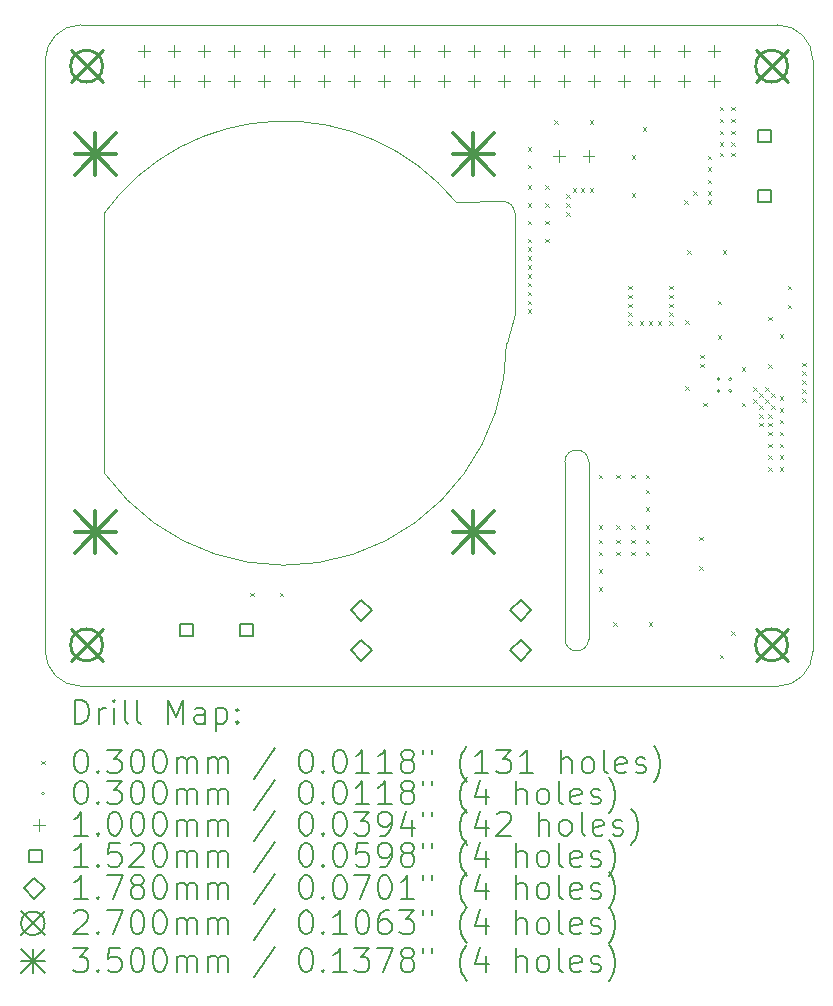
<source format=gbr>
%TF.GenerationSoftware,KiCad,Pcbnew,7.0.10*%
%TF.CreationDate,2024-02-09T21:33:53-06:00*%
%TF.ProjectId,ElectriPi,456c6563-7472-4695-9069-2e6b69636164,rev?*%
%TF.SameCoordinates,PX514cfd0PY32c87d0*%
%TF.FileFunction,Drillmap*%
%TF.FilePolarity,Positive*%
%FSLAX45Y45*%
G04 Gerber Fmt 4.5, Leading zero omitted, Abs format (unit mm)*
G04 Created by KiCad (PCBNEW 7.0.10) date 2024-02-09 21:33:53*
%MOMM*%
%LPD*%
G01*
G04 APERTURE LIST*
%ADD10C,0.100000*%
%ADD11C,0.200000*%
%ADD12C,0.152000*%
%ADD13C,0.178000*%
%ADD14C,0.270000*%
%ADD15C,0.350000*%
G04 APERTURE END LIST*
D10*
X0Y-1850000D02*
X0Y-5300000D01*
X6500000Y-300000D02*
G75*
G03*
X6200000Y0I-300000J0D01*
G01*
X4400000Y-3700000D02*
X4400000Y-5200000D01*
X0Y-5300000D02*
G75*
G03*
X300000Y-5600000I300000J0D01*
G01*
X300000Y-5600000D02*
X6200000Y-5600000D01*
X6200000Y-5600000D02*
G75*
G03*
X6500000Y-5300000I0J300000D01*
G01*
X4600000Y-3700000D02*
G75*
G03*
X4400000Y-3700000I-100000J0D01*
G01*
X4600000Y-3700000D02*
X4600000Y-5200000D01*
X300000Y0D02*
X6200000Y0D01*
X300000Y0D02*
G75*
G03*
X0Y-300000I0J-300000D01*
G01*
X4400000Y-5200000D02*
G75*
G03*
X4600000Y-5200000I100000J0D01*
G01*
X0Y-300000D02*
X0Y-1850000D01*
X6500000Y-300000D02*
X6500000Y-5300000D01*
X500000Y-1595000D02*
X500000Y-3795000D01*
X3473592Y-1496165D02*
X3875000Y-1495000D01*
X3905326Y-2695000D02*
X3975000Y-2445000D01*
X3975000Y-2445000D02*
X3975000Y-1595000D01*
X3473592Y-1496165D02*
G75*
G03*
X500000Y-1595000I-1448592J-1198835D01*
G01*
X3975000Y-1595000D02*
G75*
G03*
X3875000Y-1495000I-99990J10D01*
G01*
X500000Y-3795000D02*
G75*
G03*
X3905326Y-2695000I1525000J1100000D01*
G01*
D11*
D10*
X1735000Y-4810000D02*
X1765000Y-4840000D01*
X1765000Y-4810000D02*
X1735000Y-4840000D01*
X1985000Y-4810000D02*
X2015000Y-4840000D01*
X2015000Y-4810000D02*
X1985000Y-4840000D01*
X4085000Y-1035000D02*
X4115000Y-1065000D01*
X4115000Y-1035000D02*
X4085000Y-1065000D01*
X4085000Y-1185000D02*
X4115000Y-1215000D01*
X4115000Y-1185000D02*
X4085000Y-1215000D01*
X4085000Y-1360000D02*
X4115000Y-1390000D01*
X4115000Y-1360000D02*
X4085000Y-1390000D01*
X4085000Y-1510000D02*
X4115000Y-1540000D01*
X4115000Y-1510000D02*
X4085000Y-1540000D01*
X4085000Y-1660000D02*
X4115000Y-1690000D01*
X4115000Y-1660000D02*
X4085000Y-1690000D01*
X4085000Y-1810000D02*
X4115000Y-1840000D01*
X4115000Y-1810000D02*
X4085000Y-1840000D01*
X4085000Y-1885000D02*
X4115000Y-1915000D01*
X4115000Y-1885000D02*
X4085000Y-1915000D01*
X4085000Y-1960000D02*
X4115000Y-1990000D01*
X4115000Y-1960000D02*
X4085000Y-1990000D01*
X4085000Y-2035000D02*
X4115000Y-2065000D01*
X4115000Y-2035000D02*
X4085000Y-2065000D01*
X4085000Y-2110000D02*
X4115000Y-2140000D01*
X4115000Y-2110000D02*
X4085000Y-2140000D01*
X4085000Y-2185000D02*
X4115000Y-2215000D01*
X4115000Y-2185000D02*
X4085000Y-2215000D01*
X4085000Y-2260000D02*
X4115000Y-2290000D01*
X4115000Y-2260000D02*
X4085000Y-2290000D01*
X4085000Y-2335000D02*
X4115000Y-2365000D01*
X4115000Y-2335000D02*
X4085000Y-2365000D01*
X4085000Y-2410000D02*
X4115000Y-2440000D01*
X4115000Y-2410000D02*
X4085000Y-2440000D01*
X4235000Y-1360000D02*
X4265000Y-1390000D01*
X4265000Y-1360000D02*
X4235000Y-1390000D01*
X4235000Y-1510000D02*
X4265000Y-1540000D01*
X4265000Y-1510000D02*
X4235000Y-1540000D01*
X4235000Y-1660000D02*
X4265000Y-1690000D01*
X4265000Y-1660000D02*
X4235000Y-1690000D01*
X4235000Y-1810000D02*
X4265000Y-1840000D01*
X4265000Y-1810000D02*
X4235000Y-1840000D01*
X4310000Y-810000D02*
X4340000Y-840000D01*
X4340000Y-810000D02*
X4310000Y-840000D01*
X4410000Y-1435000D02*
X4440000Y-1465000D01*
X4440000Y-1435000D02*
X4410000Y-1465000D01*
X4410000Y-1510000D02*
X4440000Y-1540000D01*
X4440000Y-1510000D02*
X4410000Y-1540000D01*
X4410000Y-1585000D02*
X4440000Y-1615000D01*
X4440000Y-1585000D02*
X4410000Y-1615000D01*
X4465000Y-1385000D02*
X4495000Y-1415000D01*
X4495000Y-1385000D02*
X4465000Y-1415000D01*
X4535000Y-1385000D02*
X4565000Y-1415000D01*
X4565000Y-1385000D02*
X4535000Y-1415000D01*
X4610000Y-810000D02*
X4640000Y-840000D01*
X4640000Y-810000D02*
X4610000Y-840000D01*
X4610000Y-1385000D02*
X4640000Y-1415000D01*
X4640000Y-1385000D02*
X4610000Y-1415000D01*
X4685000Y-3810000D02*
X4715000Y-3840000D01*
X4715000Y-3810000D02*
X4685000Y-3840000D01*
X4685000Y-4235000D02*
X4715000Y-4265000D01*
X4715000Y-4235000D02*
X4685000Y-4265000D01*
X4685000Y-4360000D02*
X4715000Y-4390000D01*
X4715000Y-4360000D02*
X4685000Y-4390000D01*
X4685000Y-4460000D02*
X4715000Y-4490000D01*
X4715000Y-4460000D02*
X4685000Y-4490000D01*
X4685000Y-4610000D02*
X4715000Y-4640000D01*
X4715000Y-4610000D02*
X4685000Y-4640000D01*
X4685000Y-4760000D02*
X4715000Y-4790000D01*
X4715000Y-4760000D02*
X4685000Y-4790000D01*
X4810000Y-5060000D02*
X4840000Y-5090000D01*
X4840000Y-5060000D02*
X4810000Y-5090000D01*
X4835000Y-3810000D02*
X4865000Y-3840000D01*
X4865000Y-3810000D02*
X4835000Y-3840000D01*
X4835000Y-4235000D02*
X4865000Y-4265000D01*
X4865000Y-4235000D02*
X4835000Y-4265000D01*
X4835000Y-4360000D02*
X4865000Y-4390000D01*
X4865000Y-4360000D02*
X4835000Y-4390000D01*
X4835000Y-4460000D02*
X4865000Y-4490000D01*
X4865000Y-4460000D02*
X4835000Y-4490000D01*
X4935000Y-2210000D02*
X4965000Y-2240000D01*
X4965000Y-2210000D02*
X4935000Y-2240000D01*
X4935000Y-2285000D02*
X4965000Y-2315000D01*
X4965000Y-2285000D02*
X4935000Y-2315000D01*
X4935000Y-2360000D02*
X4965000Y-2390000D01*
X4965000Y-2360000D02*
X4935000Y-2390000D01*
X4935000Y-2435000D02*
X4965000Y-2465000D01*
X4965000Y-2435000D02*
X4935000Y-2465000D01*
X4935000Y-2510000D02*
X4965000Y-2540000D01*
X4965000Y-2510000D02*
X4935000Y-2540000D01*
X4960000Y-3810000D02*
X4990000Y-3840000D01*
X4990000Y-3810000D02*
X4960000Y-3840000D01*
X4960000Y-4235000D02*
X4990000Y-4265000D01*
X4990000Y-4235000D02*
X4960000Y-4265000D01*
X4960000Y-4360000D02*
X4990000Y-4390000D01*
X4990000Y-4360000D02*
X4960000Y-4390000D01*
X4960000Y-4460000D02*
X4990000Y-4490000D01*
X4990000Y-4460000D02*
X4960000Y-4490000D01*
X4965000Y-1105000D02*
X4995000Y-1135000D01*
X4995000Y-1105000D02*
X4965000Y-1135000D01*
X4965000Y-1425000D02*
X4995000Y-1455000D01*
X4995000Y-1425000D02*
X4965000Y-1455000D01*
X5035000Y-2510000D02*
X5065000Y-2540000D01*
X5065000Y-2510000D02*
X5035000Y-2540000D01*
X5060000Y-865000D02*
X5090000Y-895000D01*
X5090000Y-865000D02*
X5060000Y-895000D01*
X5085000Y-3810000D02*
X5115000Y-3840000D01*
X5115000Y-3810000D02*
X5085000Y-3840000D01*
X5085000Y-3935000D02*
X5115000Y-3965000D01*
X5115000Y-3935000D02*
X5085000Y-3965000D01*
X5085000Y-4085000D02*
X5115000Y-4115000D01*
X5115000Y-4085000D02*
X5085000Y-4115000D01*
X5085000Y-4235000D02*
X5115000Y-4265000D01*
X5115000Y-4235000D02*
X5085000Y-4265000D01*
X5085000Y-4360000D02*
X5115000Y-4390000D01*
X5115000Y-4360000D02*
X5085000Y-4390000D01*
X5085000Y-4460000D02*
X5115000Y-4490000D01*
X5115000Y-4460000D02*
X5085000Y-4490000D01*
X5110000Y-2510000D02*
X5140000Y-2540000D01*
X5140000Y-2510000D02*
X5110000Y-2540000D01*
X5110000Y-5060000D02*
X5140000Y-5090000D01*
X5140000Y-5060000D02*
X5110000Y-5090000D01*
X5185000Y-2510000D02*
X5215000Y-2540000D01*
X5215000Y-2510000D02*
X5185000Y-2540000D01*
X5285000Y-2210000D02*
X5315000Y-2240000D01*
X5315000Y-2210000D02*
X5285000Y-2240000D01*
X5285000Y-2285000D02*
X5315000Y-2315000D01*
X5315000Y-2285000D02*
X5285000Y-2315000D01*
X5285000Y-2360000D02*
X5315000Y-2390000D01*
X5315000Y-2360000D02*
X5285000Y-2390000D01*
X5285000Y-2435000D02*
X5315000Y-2465000D01*
X5315000Y-2435000D02*
X5285000Y-2465000D01*
X5285000Y-2510000D02*
X5315000Y-2540000D01*
X5315000Y-2510000D02*
X5285000Y-2540000D01*
X5410000Y-1485000D02*
X5440000Y-1515000D01*
X5440000Y-1485000D02*
X5410000Y-1515000D01*
X5420000Y-2500000D02*
X5450000Y-2530000D01*
X5450000Y-2500000D02*
X5420000Y-2530000D01*
X5420000Y-3060000D02*
X5450000Y-3090000D01*
X5450000Y-3060000D02*
X5420000Y-3090000D01*
X5435000Y-1910000D02*
X5465000Y-1940000D01*
X5465000Y-1910000D02*
X5435000Y-1940000D01*
X5485000Y-1410000D02*
X5515000Y-1440000D01*
X5515000Y-1410000D02*
X5485000Y-1440000D01*
X5535000Y-4335000D02*
X5565000Y-4365000D01*
X5565000Y-4335000D02*
X5535000Y-4365000D01*
X5535000Y-4585000D02*
X5565000Y-4615000D01*
X5565000Y-4585000D02*
X5535000Y-4615000D01*
X5545000Y-2795000D02*
X5575000Y-2825000D01*
X5575000Y-2795000D02*
X5545000Y-2825000D01*
X5545000Y-2870000D02*
X5575000Y-2900000D01*
X5575000Y-2870000D02*
X5545000Y-2900000D01*
X5570000Y-3200000D02*
X5600000Y-3230000D01*
X5600000Y-3200000D02*
X5570000Y-3230000D01*
X5610000Y-1110000D02*
X5640000Y-1140000D01*
X5640000Y-1110000D02*
X5610000Y-1140000D01*
X5610000Y-1205000D02*
X5640000Y-1235000D01*
X5640000Y-1205000D02*
X5610000Y-1235000D01*
X5610000Y-1310000D02*
X5640000Y-1340000D01*
X5640000Y-1310000D02*
X5610000Y-1340000D01*
X5610000Y-1410000D02*
X5640000Y-1440000D01*
X5640000Y-1410000D02*
X5610000Y-1440000D01*
X5610000Y-1485000D02*
X5640000Y-1515000D01*
X5640000Y-1485000D02*
X5610000Y-1515000D01*
X5694000Y-2630000D02*
X5724000Y-2660000D01*
X5724000Y-2630000D02*
X5694000Y-2660000D01*
X5695000Y-2335000D02*
X5725000Y-2365000D01*
X5725000Y-2335000D02*
X5695000Y-2365000D01*
X5710000Y-695000D02*
X5740000Y-725000D01*
X5740000Y-695000D02*
X5710000Y-725000D01*
X5710000Y-795000D02*
X5740000Y-825000D01*
X5740000Y-795000D02*
X5710000Y-825000D01*
X5710000Y-895000D02*
X5740000Y-925000D01*
X5740000Y-895000D02*
X5710000Y-925000D01*
X5710000Y-995000D02*
X5740000Y-1025000D01*
X5740000Y-995000D02*
X5710000Y-1025000D01*
X5710000Y-1085000D02*
X5740000Y-1115000D01*
X5740000Y-1085000D02*
X5710000Y-1115000D01*
X5710000Y-5335000D02*
X5740000Y-5365000D01*
X5740000Y-5335000D02*
X5710000Y-5365000D01*
X5735000Y-1910000D02*
X5765000Y-1940000D01*
X5765000Y-1910000D02*
X5735000Y-1940000D01*
X5810000Y-695000D02*
X5840000Y-725000D01*
X5840000Y-695000D02*
X5810000Y-725000D01*
X5810000Y-795000D02*
X5840000Y-825000D01*
X5840000Y-795000D02*
X5810000Y-825000D01*
X5810000Y-895000D02*
X5840000Y-925000D01*
X5840000Y-895000D02*
X5810000Y-925000D01*
X5810000Y-995000D02*
X5840000Y-1025000D01*
X5840000Y-995000D02*
X5810000Y-1025000D01*
X5810000Y-1085000D02*
X5840000Y-1115000D01*
X5840000Y-1085000D02*
X5810000Y-1115000D01*
X5810000Y-5135000D02*
X5840000Y-5165000D01*
X5840000Y-5135000D02*
X5810000Y-5165000D01*
X5895000Y-2900000D02*
X5925000Y-2930000D01*
X5925000Y-2900000D02*
X5895000Y-2930000D01*
X5895000Y-3200000D02*
X5925000Y-3230000D01*
X5925000Y-3200000D02*
X5895000Y-3230000D01*
X5995000Y-3070000D02*
X6025000Y-3100000D01*
X6025000Y-3070000D02*
X5995000Y-3100000D01*
X5995000Y-3170000D02*
X6025000Y-3200000D01*
X6025000Y-3170000D02*
X5995000Y-3200000D01*
X6045000Y-3120000D02*
X6075000Y-3150000D01*
X6075000Y-3120000D02*
X6045000Y-3150000D01*
X6045000Y-3220000D02*
X6075000Y-3250000D01*
X6075000Y-3220000D02*
X6045000Y-3250000D01*
X6045000Y-3295000D02*
X6075000Y-3325000D01*
X6075000Y-3295000D02*
X6045000Y-3325000D01*
X6045000Y-3370000D02*
X6075000Y-3400000D01*
X6075000Y-3370000D02*
X6045000Y-3400000D01*
X6095000Y-3070000D02*
X6125000Y-3100000D01*
X6125000Y-3070000D02*
X6095000Y-3100000D01*
X6095000Y-3170000D02*
X6125000Y-3200000D01*
X6125000Y-3170000D02*
X6095000Y-3200000D01*
X6120000Y-2470000D02*
X6150000Y-2500000D01*
X6150000Y-2470000D02*
X6120000Y-2500000D01*
X6120000Y-2875000D02*
X6150000Y-2905000D01*
X6150000Y-2875000D02*
X6120000Y-2905000D01*
X6120000Y-3295000D02*
X6150000Y-3325000D01*
X6150000Y-3295000D02*
X6120000Y-3325000D01*
X6120000Y-3370000D02*
X6150000Y-3400000D01*
X6150000Y-3370000D02*
X6120000Y-3400000D01*
X6120000Y-3445000D02*
X6150000Y-3475000D01*
X6150000Y-3445000D02*
X6120000Y-3475000D01*
X6120000Y-3545000D02*
X6150000Y-3575000D01*
X6150000Y-3545000D02*
X6120000Y-3575000D01*
X6120000Y-3645000D02*
X6150000Y-3675000D01*
X6150000Y-3645000D02*
X6120000Y-3675000D01*
X6120000Y-3745000D02*
X6150000Y-3775000D01*
X6150000Y-3745000D02*
X6120000Y-3775000D01*
X6145000Y-3120000D02*
X6175000Y-3150000D01*
X6175000Y-3120000D02*
X6145000Y-3150000D01*
X6145000Y-3220000D02*
X6175000Y-3250000D01*
X6175000Y-3220000D02*
X6145000Y-3250000D01*
X6220000Y-2620000D02*
X6250000Y-2650000D01*
X6250000Y-2620000D02*
X6220000Y-2650000D01*
X6220000Y-3145000D02*
X6250000Y-3175000D01*
X6250000Y-3145000D02*
X6220000Y-3175000D01*
X6220000Y-3245000D02*
X6250000Y-3275000D01*
X6250000Y-3245000D02*
X6220000Y-3275000D01*
X6220000Y-3345000D02*
X6250000Y-3375000D01*
X6250000Y-3345000D02*
X6220000Y-3375000D01*
X6220000Y-3445000D02*
X6250000Y-3475000D01*
X6250000Y-3445000D02*
X6220000Y-3475000D01*
X6220000Y-3545000D02*
X6250000Y-3575000D01*
X6250000Y-3545000D02*
X6220000Y-3575000D01*
X6220000Y-3645000D02*
X6250000Y-3675000D01*
X6250000Y-3645000D02*
X6220000Y-3675000D01*
X6220000Y-3745000D02*
X6250000Y-3775000D01*
X6250000Y-3745000D02*
X6220000Y-3775000D01*
X6285000Y-2210000D02*
X6315000Y-2240000D01*
X6315000Y-2210000D02*
X6285000Y-2240000D01*
X6285000Y-2370000D02*
X6315000Y-2400000D01*
X6315000Y-2370000D02*
X6285000Y-2400000D01*
X6410000Y-2860000D02*
X6440000Y-2890000D01*
X6440000Y-2860000D02*
X6410000Y-2890000D01*
X6410000Y-2935000D02*
X6440000Y-2965000D01*
X6440000Y-2935000D02*
X6410000Y-2965000D01*
X6410000Y-3010000D02*
X6440000Y-3040000D01*
X6440000Y-3010000D02*
X6410000Y-3040000D01*
X6410000Y-3085000D02*
X6440000Y-3115000D01*
X6440000Y-3085000D02*
X6410000Y-3115000D01*
X6410000Y-3160000D02*
X6440000Y-3190000D01*
X6440000Y-3160000D02*
X6410000Y-3190000D01*
X5715000Y-3000000D02*
G75*
G03*
X5685000Y-3000000I-15000J0D01*
G01*
X5685000Y-3000000D02*
G75*
G03*
X5715000Y-3000000I15000J0D01*
G01*
X5715000Y-3100000D02*
G75*
G03*
X5685000Y-3100000I-15000J0D01*
G01*
X5685000Y-3100000D02*
G75*
G03*
X5715000Y-3100000I15000J0D01*
G01*
X5815000Y-3000000D02*
G75*
G03*
X5785000Y-3000000I-15000J0D01*
G01*
X5785000Y-3000000D02*
G75*
G03*
X5815000Y-3000000I15000J0D01*
G01*
X5815000Y-3100000D02*
G75*
G03*
X5785000Y-3100000I-15000J0D01*
G01*
X5785000Y-3100000D02*
G75*
G03*
X5815000Y-3100000I15000J0D01*
G01*
X837000Y-173000D02*
X837000Y-273000D01*
X787000Y-223000D02*
X887000Y-223000D01*
X837000Y-427000D02*
X837000Y-527000D01*
X787000Y-477000D02*
X887000Y-477000D01*
X1091000Y-173000D02*
X1091000Y-273000D01*
X1041000Y-223000D02*
X1141000Y-223000D01*
X1091000Y-427000D02*
X1091000Y-527000D01*
X1041000Y-477000D02*
X1141000Y-477000D01*
X1345000Y-173000D02*
X1345000Y-273000D01*
X1295000Y-223000D02*
X1395000Y-223000D01*
X1345000Y-427000D02*
X1345000Y-527000D01*
X1295000Y-477000D02*
X1395000Y-477000D01*
X1599000Y-173000D02*
X1599000Y-273000D01*
X1549000Y-223000D02*
X1649000Y-223000D01*
X1599000Y-427000D02*
X1599000Y-527000D01*
X1549000Y-477000D02*
X1649000Y-477000D01*
X1853000Y-173000D02*
X1853000Y-273000D01*
X1803000Y-223000D02*
X1903000Y-223000D01*
X1853000Y-427000D02*
X1853000Y-527000D01*
X1803000Y-477000D02*
X1903000Y-477000D01*
X2107000Y-173000D02*
X2107000Y-273000D01*
X2057000Y-223000D02*
X2157000Y-223000D01*
X2107000Y-427000D02*
X2107000Y-527000D01*
X2057000Y-477000D02*
X2157000Y-477000D01*
X2361000Y-173000D02*
X2361000Y-273000D01*
X2311000Y-223000D02*
X2411000Y-223000D01*
X2361000Y-427000D02*
X2361000Y-527000D01*
X2311000Y-477000D02*
X2411000Y-477000D01*
X2615000Y-173000D02*
X2615000Y-273000D01*
X2565000Y-223000D02*
X2665000Y-223000D01*
X2615000Y-427000D02*
X2615000Y-527000D01*
X2565000Y-477000D02*
X2665000Y-477000D01*
X2869000Y-173000D02*
X2869000Y-273000D01*
X2819000Y-223000D02*
X2919000Y-223000D01*
X2869000Y-427000D02*
X2869000Y-527000D01*
X2819000Y-477000D02*
X2919000Y-477000D01*
X3123000Y-173000D02*
X3123000Y-273000D01*
X3073000Y-223000D02*
X3173000Y-223000D01*
X3123000Y-427000D02*
X3123000Y-527000D01*
X3073000Y-477000D02*
X3173000Y-477000D01*
X3377000Y-173000D02*
X3377000Y-273000D01*
X3327000Y-223000D02*
X3427000Y-223000D01*
X3377000Y-427000D02*
X3377000Y-527000D01*
X3327000Y-477000D02*
X3427000Y-477000D01*
X3631000Y-173000D02*
X3631000Y-273000D01*
X3581000Y-223000D02*
X3681000Y-223000D01*
X3631000Y-427000D02*
X3631000Y-527000D01*
X3581000Y-477000D02*
X3681000Y-477000D01*
X3885000Y-173000D02*
X3885000Y-273000D01*
X3835000Y-223000D02*
X3935000Y-223000D01*
X3885000Y-427000D02*
X3885000Y-527000D01*
X3835000Y-477000D02*
X3935000Y-477000D01*
X4139000Y-173000D02*
X4139000Y-273000D01*
X4089000Y-223000D02*
X4189000Y-223000D01*
X4139000Y-427000D02*
X4139000Y-527000D01*
X4089000Y-477000D02*
X4189000Y-477000D01*
X4350000Y-1060000D02*
X4350000Y-1160000D01*
X4300000Y-1110000D02*
X4400000Y-1110000D01*
X4393000Y-173000D02*
X4393000Y-273000D01*
X4343000Y-223000D02*
X4443000Y-223000D01*
X4393000Y-427000D02*
X4393000Y-527000D01*
X4343000Y-477000D02*
X4443000Y-477000D01*
X4600000Y-1060000D02*
X4600000Y-1160000D01*
X4550000Y-1110000D02*
X4650000Y-1110000D01*
X4647000Y-173000D02*
X4647000Y-273000D01*
X4597000Y-223000D02*
X4697000Y-223000D01*
X4647000Y-427000D02*
X4647000Y-527000D01*
X4597000Y-477000D02*
X4697000Y-477000D01*
X4901000Y-173000D02*
X4901000Y-273000D01*
X4851000Y-223000D02*
X4951000Y-223000D01*
X4901000Y-427000D02*
X4901000Y-527000D01*
X4851000Y-477000D02*
X4951000Y-477000D01*
X5155000Y-173000D02*
X5155000Y-273000D01*
X5105000Y-223000D02*
X5205000Y-223000D01*
X5155000Y-427000D02*
X5155000Y-527000D01*
X5105000Y-477000D02*
X5205000Y-477000D01*
X5409000Y-173000D02*
X5409000Y-273000D01*
X5359000Y-223000D02*
X5459000Y-223000D01*
X5409000Y-427000D02*
X5409000Y-527000D01*
X5359000Y-477000D02*
X5459000Y-477000D01*
X5663000Y-173000D02*
X5663000Y-273000D01*
X5613000Y-223000D02*
X5713000Y-223000D01*
X5663000Y-427000D02*
X5663000Y-527000D01*
X5613000Y-477000D02*
X5713000Y-477000D01*
D12*
X1249741Y-5178741D02*
X1249741Y-5071259D01*
X1142259Y-5071259D01*
X1142259Y-5178741D01*
X1249741Y-5178741D01*
X1757741Y-5178741D02*
X1757741Y-5071259D01*
X1650259Y-5071259D01*
X1650259Y-5178741D01*
X1757741Y-5178741D01*
X6143741Y-995741D02*
X6143741Y-888259D01*
X6036259Y-888259D01*
X6036259Y-995741D01*
X6143741Y-995741D01*
X6143741Y-1503741D02*
X6143741Y-1396259D01*
X6036259Y-1396259D01*
X6036259Y-1503741D01*
X6143741Y-1503741D01*
D13*
X2674000Y-5044000D02*
X2763000Y-4955000D01*
X2674000Y-4866000D01*
X2585000Y-4955000D01*
X2674000Y-5044000D01*
X2674000Y-5384000D02*
X2763000Y-5295000D01*
X2674000Y-5206000D01*
X2585000Y-5295000D01*
X2674000Y-5384000D01*
X4024000Y-5044000D02*
X4113000Y-4955000D01*
X4024000Y-4866000D01*
X3935000Y-4955000D01*
X4024000Y-5044000D01*
X4024000Y-5384000D02*
X4113000Y-5295000D01*
X4024000Y-5206000D01*
X3935000Y-5295000D01*
X4024000Y-5384000D01*
D14*
X215000Y-215000D02*
X485000Y-485000D01*
X485000Y-215000D02*
X215000Y-485000D01*
X485000Y-350000D02*
G75*
G03*
X215000Y-350000I-135000J0D01*
G01*
X215000Y-350000D02*
G75*
G03*
X485000Y-350000I135000J0D01*
G01*
X215000Y-5115000D02*
X485000Y-5385000D01*
X485000Y-5115000D02*
X215000Y-5385000D01*
X485000Y-5250000D02*
G75*
G03*
X215000Y-5250000I-135000J0D01*
G01*
X215000Y-5250000D02*
G75*
G03*
X485000Y-5250000I135000J0D01*
G01*
X6015000Y-215000D02*
X6285000Y-485000D01*
X6285000Y-215000D02*
X6015000Y-485000D01*
X6285000Y-350000D02*
G75*
G03*
X6015000Y-350000I-135000J0D01*
G01*
X6015000Y-350000D02*
G75*
G03*
X6285000Y-350000I135000J0D01*
G01*
X6015000Y-5115000D02*
X6285000Y-5385000D01*
X6285000Y-5115000D02*
X6015000Y-5385000D01*
X6285000Y-5250000D02*
G75*
G03*
X6015000Y-5250000I-135000J0D01*
G01*
X6015000Y-5250000D02*
G75*
G03*
X6285000Y-5250000I135000J0D01*
G01*
D15*
X250000Y-920000D02*
X600000Y-1270000D01*
X600000Y-920000D02*
X250000Y-1270000D01*
X425000Y-920000D02*
X425000Y-1270000D01*
X250000Y-1095000D02*
X600000Y-1095000D01*
X250000Y-4120000D02*
X600000Y-4470000D01*
X600000Y-4120000D02*
X250000Y-4470000D01*
X425000Y-4120000D02*
X425000Y-4470000D01*
X250000Y-4295000D02*
X600000Y-4295000D01*
X3450000Y-920000D02*
X3800000Y-1270000D01*
X3800000Y-920000D02*
X3450000Y-1270000D01*
X3625000Y-920000D02*
X3625000Y-1270000D01*
X3450000Y-1095000D02*
X3800000Y-1095000D01*
X3450000Y-4120000D02*
X3800000Y-4470000D01*
X3800000Y-4120000D02*
X3450000Y-4470000D01*
X3625000Y-4120000D02*
X3625000Y-4470000D01*
X3450000Y-4295000D02*
X3800000Y-4295000D01*
D11*
X255777Y-5916484D02*
X255777Y-5716484D01*
X255777Y-5716484D02*
X303396Y-5716484D01*
X303396Y-5716484D02*
X331967Y-5726008D01*
X331967Y-5726008D02*
X351015Y-5745055D01*
X351015Y-5745055D02*
X360539Y-5764103D01*
X360539Y-5764103D02*
X370062Y-5802198D01*
X370062Y-5802198D02*
X370062Y-5830769D01*
X370062Y-5830769D02*
X360539Y-5868865D01*
X360539Y-5868865D02*
X351015Y-5887912D01*
X351015Y-5887912D02*
X331967Y-5906960D01*
X331967Y-5906960D02*
X303396Y-5916484D01*
X303396Y-5916484D02*
X255777Y-5916484D01*
X455777Y-5916484D02*
X455777Y-5783150D01*
X455777Y-5821246D02*
X465301Y-5802198D01*
X465301Y-5802198D02*
X474824Y-5792674D01*
X474824Y-5792674D02*
X493872Y-5783150D01*
X493872Y-5783150D02*
X512920Y-5783150D01*
X579586Y-5916484D02*
X579586Y-5783150D01*
X579586Y-5716484D02*
X570063Y-5726008D01*
X570063Y-5726008D02*
X579586Y-5735531D01*
X579586Y-5735531D02*
X589110Y-5726008D01*
X589110Y-5726008D02*
X579586Y-5716484D01*
X579586Y-5716484D02*
X579586Y-5735531D01*
X703396Y-5916484D02*
X684348Y-5906960D01*
X684348Y-5906960D02*
X674824Y-5887912D01*
X674824Y-5887912D02*
X674824Y-5716484D01*
X808158Y-5916484D02*
X789110Y-5906960D01*
X789110Y-5906960D02*
X779586Y-5887912D01*
X779586Y-5887912D02*
X779586Y-5716484D01*
X1036729Y-5916484D02*
X1036729Y-5716484D01*
X1036729Y-5716484D02*
X1103396Y-5859341D01*
X1103396Y-5859341D02*
X1170063Y-5716484D01*
X1170063Y-5716484D02*
X1170063Y-5916484D01*
X1351015Y-5916484D02*
X1351015Y-5811722D01*
X1351015Y-5811722D02*
X1341491Y-5792674D01*
X1341491Y-5792674D02*
X1322444Y-5783150D01*
X1322444Y-5783150D02*
X1284348Y-5783150D01*
X1284348Y-5783150D02*
X1265301Y-5792674D01*
X1351015Y-5906960D02*
X1331967Y-5916484D01*
X1331967Y-5916484D02*
X1284348Y-5916484D01*
X1284348Y-5916484D02*
X1265301Y-5906960D01*
X1265301Y-5906960D02*
X1255777Y-5887912D01*
X1255777Y-5887912D02*
X1255777Y-5868865D01*
X1255777Y-5868865D02*
X1265301Y-5849817D01*
X1265301Y-5849817D02*
X1284348Y-5840293D01*
X1284348Y-5840293D02*
X1331967Y-5840293D01*
X1331967Y-5840293D02*
X1351015Y-5830769D01*
X1446253Y-5783150D02*
X1446253Y-5983150D01*
X1446253Y-5792674D02*
X1465301Y-5783150D01*
X1465301Y-5783150D02*
X1503396Y-5783150D01*
X1503396Y-5783150D02*
X1522443Y-5792674D01*
X1522443Y-5792674D02*
X1531967Y-5802198D01*
X1531967Y-5802198D02*
X1541491Y-5821246D01*
X1541491Y-5821246D02*
X1541491Y-5878388D01*
X1541491Y-5878388D02*
X1531967Y-5897436D01*
X1531967Y-5897436D02*
X1522443Y-5906960D01*
X1522443Y-5906960D02*
X1503396Y-5916484D01*
X1503396Y-5916484D02*
X1465301Y-5916484D01*
X1465301Y-5916484D02*
X1446253Y-5906960D01*
X1627205Y-5897436D02*
X1636729Y-5906960D01*
X1636729Y-5906960D02*
X1627205Y-5916484D01*
X1627205Y-5916484D02*
X1617682Y-5906960D01*
X1617682Y-5906960D02*
X1627205Y-5897436D01*
X1627205Y-5897436D02*
X1627205Y-5916484D01*
X1627205Y-5792674D02*
X1636729Y-5802198D01*
X1636729Y-5802198D02*
X1627205Y-5811722D01*
X1627205Y-5811722D02*
X1617682Y-5802198D01*
X1617682Y-5802198D02*
X1627205Y-5792674D01*
X1627205Y-5792674D02*
X1627205Y-5811722D01*
D10*
X-35000Y-6230000D02*
X-5000Y-6260000D01*
X-5000Y-6230000D02*
X-35000Y-6260000D01*
D11*
X293872Y-6136484D02*
X312920Y-6136484D01*
X312920Y-6136484D02*
X331967Y-6146008D01*
X331967Y-6146008D02*
X341491Y-6155531D01*
X341491Y-6155531D02*
X351015Y-6174579D01*
X351015Y-6174579D02*
X360539Y-6212674D01*
X360539Y-6212674D02*
X360539Y-6260293D01*
X360539Y-6260293D02*
X351015Y-6298388D01*
X351015Y-6298388D02*
X341491Y-6317436D01*
X341491Y-6317436D02*
X331967Y-6326960D01*
X331967Y-6326960D02*
X312920Y-6336484D01*
X312920Y-6336484D02*
X293872Y-6336484D01*
X293872Y-6336484D02*
X274824Y-6326960D01*
X274824Y-6326960D02*
X265301Y-6317436D01*
X265301Y-6317436D02*
X255777Y-6298388D01*
X255777Y-6298388D02*
X246253Y-6260293D01*
X246253Y-6260293D02*
X246253Y-6212674D01*
X246253Y-6212674D02*
X255777Y-6174579D01*
X255777Y-6174579D02*
X265301Y-6155531D01*
X265301Y-6155531D02*
X274824Y-6146008D01*
X274824Y-6146008D02*
X293872Y-6136484D01*
X446253Y-6317436D02*
X455777Y-6326960D01*
X455777Y-6326960D02*
X446253Y-6336484D01*
X446253Y-6336484D02*
X436729Y-6326960D01*
X436729Y-6326960D02*
X446253Y-6317436D01*
X446253Y-6317436D02*
X446253Y-6336484D01*
X522443Y-6136484D02*
X646253Y-6136484D01*
X646253Y-6136484D02*
X579586Y-6212674D01*
X579586Y-6212674D02*
X608158Y-6212674D01*
X608158Y-6212674D02*
X627205Y-6222198D01*
X627205Y-6222198D02*
X636729Y-6231722D01*
X636729Y-6231722D02*
X646253Y-6250769D01*
X646253Y-6250769D02*
X646253Y-6298388D01*
X646253Y-6298388D02*
X636729Y-6317436D01*
X636729Y-6317436D02*
X627205Y-6326960D01*
X627205Y-6326960D02*
X608158Y-6336484D01*
X608158Y-6336484D02*
X551015Y-6336484D01*
X551015Y-6336484D02*
X531967Y-6326960D01*
X531967Y-6326960D02*
X522443Y-6317436D01*
X770062Y-6136484D02*
X789110Y-6136484D01*
X789110Y-6136484D02*
X808158Y-6146008D01*
X808158Y-6146008D02*
X817682Y-6155531D01*
X817682Y-6155531D02*
X827205Y-6174579D01*
X827205Y-6174579D02*
X836729Y-6212674D01*
X836729Y-6212674D02*
X836729Y-6260293D01*
X836729Y-6260293D02*
X827205Y-6298388D01*
X827205Y-6298388D02*
X817682Y-6317436D01*
X817682Y-6317436D02*
X808158Y-6326960D01*
X808158Y-6326960D02*
X789110Y-6336484D01*
X789110Y-6336484D02*
X770062Y-6336484D01*
X770062Y-6336484D02*
X751015Y-6326960D01*
X751015Y-6326960D02*
X741491Y-6317436D01*
X741491Y-6317436D02*
X731967Y-6298388D01*
X731967Y-6298388D02*
X722443Y-6260293D01*
X722443Y-6260293D02*
X722443Y-6212674D01*
X722443Y-6212674D02*
X731967Y-6174579D01*
X731967Y-6174579D02*
X741491Y-6155531D01*
X741491Y-6155531D02*
X751015Y-6146008D01*
X751015Y-6146008D02*
X770062Y-6136484D01*
X960539Y-6136484D02*
X979586Y-6136484D01*
X979586Y-6136484D02*
X998634Y-6146008D01*
X998634Y-6146008D02*
X1008158Y-6155531D01*
X1008158Y-6155531D02*
X1017682Y-6174579D01*
X1017682Y-6174579D02*
X1027205Y-6212674D01*
X1027205Y-6212674D02*
X1027205Y-6260293D01*
X1027205Y-6260293D02*
X1017682Y-6298388D01*
X1017682Y-6298388D02*
X1008158Y-6317436D01*
X1008158Y-6317436D02*
X998634Y-6326960D01*
X998634Y-6326960D02*
X979586Y-6336484D01*
X979586Y-6336484D02*
X960539Y-6336484D01*
X960539Y-6336484D02*
X941491Y-6326960D01*
X941491Y-6326960D02*
X931967Y-6317436D01*
X931967Y-6317436D02*
X922443Y-6298388D01*
X922443Y-6298388D02*
X912920Y-6260293D01*
X912920Y-6260293D02*
X912920Y-6212674D01*
X912920Y-6212674D02*
X922443Y-6174579D01*
X922443Y-6174579D02*
X931967Y-6155531D01*
X931967Y-6155531D02*
X941491Y-6146008D01*
X941491Y-6146008D02*
X960539Y-6136484D01*
X1112920Y-6336484D02*
X1112920Y-6203150D01*
X1112920Y-6222198D02*
X1122444Y-6212674D01*
X1122444Y-6212674D02*
X1141491Y-6203150D01*
X1141491Y-6203150D02*
X1170063Y-6203150D01*
X1170063Y-6203150D02*
X1189110Y-6212674D01*
X1189110Y-6212674D02*
X1198634Y-6231722D01*
X1198634Y-6231722D02*
X1198634Y-6336484D01*
X1198634Y-6231722D02*
X1208158Y-6212674D01*
X1208158Y-6212674D02*
X1227205Y-6203150D01*
X1227205Y-6203150D02*
X1255777Y-6203150D01*
X1255777Y-6203150D02*
X1274825Y-6212674D01*
X1274825Y-6212674D02*
X1284348Y-6231722D01*
X1284348Y-6231722D02*
X1284348Y-6336484D01*
X1379586Y-6336484D02*
X1379586Y-6203150D01*
X1379586Y-6222198D02*
X1389110Y-6212674D01*
X1389110Y-6212674D02*
X1408158Y-6203150D01*
X1408158Y-6203150D02*
X1436729Y-6203150D01*
X1436729Y-6203150D02*
X1455777Y-6212674D01*
X1455777Y-6212674D02*
X1465301Y-6231722D01*
X1465301Y-6231722D02*
X1465301Y-6336484D01*
X1465301Y-6231722D02*
X1474824Y-6212674D01*
X1474824Y-6212674D02*
X1493872Y-6203150D01*
X1493872Y-6203150D02*
X1522443Y-6203150D01*
X1522443Y-6203150D02*
X1541491Y-6212674D01*
X1541491Y-6212674D02*
X1551015Y-6231722D01*
X1551015Y-6231722D02*
X1551015Y-6336484D01*
X1941491Y-6126960D02*
X1770063Y-6384103D01*
X2198634Y-6136484D02*
X2217682Y-6136484D01*
X2217682Y-6136484D02*
X2236729Y-6146008D01*
X2236729Y-6146008D02*
X2246253Y-6155531D01*
X2246253Y-6155531D02*
X2255777Y-6174579D01*
X2255777Y-6174579D02*
X2265301Y-6212674D01*
X2265301Y-6212674D02*
X2265301Y-6260293D01*
X2265301Y-6260293D02*
X2255777Y-6298388D01*
X2255777Y-6298388D02*
X2246253Y-6317436D01*
X2246253Y-6317436D02*
X2236729Y-6326960D01*
X2236729Y-6326960D02*
X2217682Y-6336484D01*
X2217682Y-6336484D02*
X2198634Y-6336484D01*
X2198634Y-6336484D02*
X2179587Y-6326960D01*
X2179587Y-6326960D02*
X2170063Y-6317436D01*
X2170063Y-6317436D02*
X2160539Y-6298388D01*
X2160539Y-6298388D02*
X2151015Y-6260293D01*
X2151015Y-6260293D02*
X2151015Y-6212674D01*
X2151015Y-6212674D02*
X2160539Y-6174579D01*
X2160539Y-6174579D02*
X2170063Y-6155531D01*
X2170063Y-6155531D02*
X2179587Y-6146008D01*
X2179587Y-6146008D02*
X2198634Y-6136484D01*
X2351015Y-6317436D02*
X2360539Y-6326960D01*
X2360539Y-6326960D02*
X2351015Y-6336484D01*
X2351015Y-6336484D02*
X2341491Y-6326960D01*
X2341491Y-6326960D02*
X2351015Y-6317436D01*
X2351015Y-6317436D02*
X2351015Y-6336484D01*
X2484348Y-6136484D02*
X2503396Y-6136484D01*
X2503396Y-6136484D02*
X2522444Y-6146008D01*
X2522444Y-6146008D02*
X2531968Y-6155531D01*
X2531968Y-6155531D02*
X2541491Y-6174579D01*
X2541491Y-6174579D02*
X2551015Y-6212674D01*
X2551015Y-6212674D02*
X2551015Y-6260293D01*
X2551015Y-6260293D02*
X2541491Y-6298388D01*
X2541491Y-6298388D02*
X2531968Y-6317436D01*
X2531968Y-6317436D02*
X2522444Y-6326960D01*
X2522444Y-6326960D02*
X2503396Y-6336484D01*
X2503396Y-6336484D02*
X2484348Y-6336484D01*
X2484348Y-6336484D02*
X2465301Y-6326960D01*
X2465301Y-6326960D02*
X2455777Y-6317436D01*
X2455777Y-6317436D02*
X2446253Y-6298388D01*
X2446253Y-6298388D02*
X2436729Y-6260293D01*
X2436729Y-6260293D02*
X2436729Y-6212674D01*
X2436729Y-6212674D02*
X2446253Y-6174579D01*
X2446253Y-6174579D02*
X2455777Y-6155531D01*
X2455777Y-6155531D02*
X2465301Y-6146008D01*
X2465301Y-6146008D02*
X2484348Y-6136484D01*
X2741491Y-6336484D02*
X2627206Y-6336484D01*
X2684348Y-6336484D02*
X2684348Y-6136484D01*
X2684348Y-6136484D02*
X2665301Y-6165055D01*
X2665301Y-6165055D02*
X2646253Y-6184103D01*
X2646253Y-6184103D02*
X2627206Y-6193627D01*
X2931967Y-6336484D02*
X2817682Y-6336484D01*
X2874825Y-6336484D02*
X2874825Y-6136484D01*
X2874825Y-6136484D02*
X2855777Y-6165055D01*
X2855777Y-6165055D02*
X2836729Y-6184103D01*
X2836729Y-6184103D02*
X2817682Y-6193627D01*
X3046253Y-6222198D02*
X3027206Y-6212674D01*
X3027206Y-6212674D02*
X3017682Y-6203150D01*
X3017682Y-6203150D02*
X3008158Y-6184103D01*
X3008158Y-6184103D02*
X3008158Y-6174579D01*
X3008158Y-6174579D02*
X3017682Y-6155531D01*
X3017682Y-6155531D02*
X3027206Y-6146008D01*
X3027206Y-6146008D02*
X3046253Y-6136484D01*
X3046253Y-6136484D02*
X3084348Y-6136484D01*
X3084348Y-6136484D02*
X3103396Y-6146008D01*
X3103396Y-6146008D02*
X3112920Y-6155531D01*
X3112920Y-6155531D02*
X3122444Y-6174579D01*
X3122444Y-6174579D02*
X3122444Y-6184103D01*
X3122444Y-6184103D02*
X3112920Y-6203150D01*
X3112920Y-6203150D02*
X3103396Y-6212674D01*
X3103396Y-6212674D02*
X3084348Y-6222198D01*
X3084348Y-6222198D02*
X3046253Y-6222198D01*
X3046253Y-6222198D02*
X3027206Y-6231722D01*
X3027206Y-6231722D02*
X3017682Y-6241246D01*
X3017682Y-6241246D02*
X3008158Y-6260293D01*
X3008158Y-6260293D02*
X3008158Y-6298388D01*
X3008158Y-6298388D02*
X3017682Y-6317436D01*
X3017682Y-6317436D02*
X3027206Y-6326960D01*
X3027206Y-6326960D02*
X3046253Y-6336484D01*
X3046253Y-6336484D02*
X3084348Y-6336484D01*
X3084348Y-6336484D02*
X3103396Y-6326960D01*
X3103396Y-6326960D02*
X3112920Y-6317436D01*
X3112920Y-6317436D02*
X3122444Y-6298388D01*
X3122444Y-6298388D02*
X3122444Y-6260293D01*
X3122444Y-6260293D02*
X3112920Y-6241246D01*
X3112920Y-6241246D02*
X3103396Y-6231722D01*
X3103396Y-6231722D02*
X3084348Y-6222198D01*
X3198634Y-6136484D02*
X3198634Y-6174579D01*
X3274825Y-6136484D02*
X3274825Y-6174579D01*
X3570063Y-6412674D02*
X3560539Y-6403150D01*
X3560539Y-6403150D02*
X3541491Y-6374579D01*
X3541491Y-6374579D02*
X3531968Y-6355531D01*
X3531968Y-6355531D02*
X3522444Y-6326960D01*
X3522444Y-6326960D02*
X3512920Y-6279341D01*
X3512920Y-6279341D02*
X3512920Y-6241246D01*
X3512920Y-6241246D02*
X3522444Y-6193627D01*
X3522444Y-6193627D02*
X3531968Y-6165055D01*
X3531968Y-6165055D02*
X3541491Y-6146008D01*
X3541491Y-6146008D02*
X3560539Y-6117436D01*
X3560539Y-6117436D02*
X3570063Y-6107912D01*
X3751015Y-6336484D02*
X3636729Y-6336484D01*
X3693872Y-6336484D02*
X3693872Y-6136484D01*
X3693872Y-6136484D02*
X3674825Y-6165055D01*
X3674825Y-6165055D02*
X3655777Y-6184103D01*
X3655777Y-6184103D02*
X3636729Y-6193627D01*
X3817682Y-6136484D02*
X3941491Y-6136484D01*
X3941491Y-6136484D02*
X3874825Y-6212674D01*
X3874825Y-6212674D02*
X3903396Y-6212674D01*
X3903396Y-6212674D02*
X3922444Y-6222198D01*
X3922444Y-6222198D02*
X3931968Y-6231722D01*
X3931968Y-6231722D02*
X3941491Y-6250769D01*
X3941491Y-6250769D02*
X3941491Y-6298388D01*
X3941491Y-6298388D02*
X3931968Y-6317436D01*
X3931968Y-6317436D02*
X3922444Y-6326960D01*
X3922444Y-6326960D02*
X3903396Y-6336484D01*
X3903396Y-6336484D02*
X3846253Y-6336484D01*
X3846253Y-6336484D02*
X3827206Y-6326960D01*
X3827206Y-6326960D02*
X3817682Y-6317436D01*
X4131968Y-6336484D02*
X4017682Y-6336484D01*
X4074825Y-6336484D02*
X4074825Y-6136484D01*
X4074825Y-6136484D02*
X4055777Y-6165055D01*
X4055777Y-6165055D02*
X4036729Y-6184103D01*
X4036729Y-6184103D02*
X4017682Y-6193627D01*
X4370063Y-6336484D02*
X4370063Y-6136484D01*
X4455777Y-6336484D02*
X4455777Y-6231722D01*
X4455777Y-6231722D02*
X4446253Y-6212674D01*
X4446253Y-6212674D02*
X4427206Y-6203150D01*
X4427206Y-6203150D02*
X4398634Y-6203150D01*
X4398634Y-6203150D02*
X4379587Y-6212674D01*
X4379587Y-6212674D02*
X4370063Y-6222198D01*
X4579587Y-6336484D02*
X4560539Y-6326960D01*
X4560539Y-6326960D02*
X4551015Y-6317436D01*
X4551015Y-6317436D02*
X4541492Y-6298388D01*
X4541492Y-6298388D02*
X4541492Y-6241246D01*
X4541492Y-6241246D02*
X4551015Y-6222198D01*
X4551015Y-6222198D02*
X4560539Y-6212674D01*
X4560539Y-6212674D02*
X4579587Y-6203150D01*
X4579587Y-6203150D02*
X4608158Y-6203150D01*
X4608158Y-6203150D02*
X4627206Y-6212674D01*
X4627206Y-6212674D02*
X4636730Y-6222198D01*
X4636730Y-6222198D02*
X4646253Y-6241246D01*
X4646253Y-6241246D02*
X4646253Y-6298388D01*
X4646253Y-6298388D02*
X4636730Y-6317436D01*
X4636730Y-6317436D02*
X4627206Y-6326960D01*
X4627206Y-6326960D02*
X4608158Y-6336484D01*
X4608158Y-6336484D02*
X4579587Y-6336484D01*
X4760539Y-6336484D02*
X4741492Y-6326960D01*
X4741492Y-6326960D02*
X4731968Y-6307912D01*
X4731968Y-6307912D02*
X4731968Y-6136484D01*
X4912920Y-6326960D02*
X4893873Y-6336484D01*
X4893873Y-6336484D02*
X4855777Y-6336484D01*
X4855777Y-6336484D02*
X4836730Y-6326960D01*
X4836730Y-6326960D02*
X4827206Y-6307912D01*
X4827206Y-6307912D02*
X4827206Y-6231722D01*
X4827206Y-6231722D02*
X4836730Y-6212674D01*
X4836730Y-6212674D02*
X4855777Y-6203150D01*
X4855777Y-6203150D02*
X4893873Y-6203150D01*
X4893873Y-6203150D02*
X4912920Y-6212674D01*
X4912920Y-6212674D02*
X4922444Y-6231722D01*
X4922444Y-6231722D02*
X4922444Y-6250769D01*
X4922444Y-6250769D02*
X4827206Y-6269817D01*
X4998634Y-6326960D02*
X5017682Y-6336484D01*
X5017682Y-6336484D02*
X5055777Y-6336484D01*
X5055777Y-6336484D02*
X5074825Y-6326960D01*
X5074825Y-6326960D02*
X5084349Y-6307912D01*
X5084349Y-6307912D02*
X5084349Y-6298388D01*
X5084349Y-6298388D02*
X5074825Y-6279341D01*
X5074825Y-6279341D02*
X5055777Y-6269817D01*
X5055777Y-6269817D02*
X5027206Y-6269817D01*
X5027206Y-6269817D02*
X5008158Y-6260293D01*
X5008158Y-6260293D02*
X4998634Y-6241246D01*
X4998634Y-6241246D02*
X4998634Y-6231722D01*
X4998634Y-6231722D02*
X5008158Y-6212674D01*
X5008158Y-6212674D02*
X5027206Y-6203150D01*
X5027206Y-6203150D02*
X5055777Y-6203150D01*
X5055777Y-6203150D02*
X5074825Y-6212674D01*
X5151015Y-6412674D02*
X5160539Y-6403150D01*
X5160539Y-6403150D02*
X5179587Y-6374579D01*
X5179587Y-6374579D02*
X5189111Y-6355531D01*
X5189111Y-6355531D02*
X5198634Y-6326960D01*
X5198634Y-6326960D02*
X5208158Y-6279341D01*
X5208158Y-6279341D02*
X5208158Y-6241246D01*
X5208158Y-6241246D02*
X5198634Y-6193627D01*
X5198634Y-6193627D02*
X5189111Y-6165055D01*
X5189111Y-6165055D02*
X5179587Y-6146008D01*
X5179587Y-6146008D02*
X5160539Y-6117436D01*
X5160539Y-6117436D02*
X5151015Y-6107912D01*
D10*
X-5000Y-6509000D02*
G75*
G03*
X-35000Y-6509000I-15000J0D01*
G01*
X-35000Y-6509000D02*
G75*
G03*
X-5000Y-6509000I15000J0D01*
G01*
D11*
X293872Y-6400484D02*
X312920Y-6400484D01*
X312920Y-6400484D02*
X331967Y-6410008D01*
X331967Y-6410008D02*
X341491Y-6419531D01*
X341491Y-6419531D02*
X351015Y-6438579D01*
X351015Y-6438579D02*
X360539Y-6476674D01*
X360539Y-6476674D02*
X360539Y-6524293D01*
X360539Y-6524293D02*
X351015Y-6562388D01*
X351015Y-6562388D02*
X341491Y-6581436D01*
X341491Y-6581436D02*
X331967Y-6590960D01*
X331967Y-6590960D02*
X312920Y-6600484D01*
X312920Y-6600484D02*
X293872Y-6600484D01*
X293872Y-6600484D02*
X274824Y-6590960D01*
X274824Y-6590960D02*
X265301Y-6581436D01*
X265301Y-6581436D02*
X255777Y-6562388D01*
X255777Y-6562388D02*
X246253Y-6524293D01*
X246253Y-6524293D02*
X246253Y-6476674D01*
X246253Y-6476674D02*
X255777Y-6438579D01*
X255777Y-6438579D02*
X265301Y-6419531D01*
X265301Y-6419531D02*
X274824Y-6410008D01*
X274824Y-6410008D02*
X293872Y-6400484D01*
X446253Y-6581436D02*
X455777Y-6590960D01*
X455777Y-6590960D02*
X446253Y-6600484D01*
X446253Y-6600484D02*
X436729Y-6590960D01*
X436729Y-6590960D02*
X446253Y-6581436D01*
X446253Y-6581436D02*
X446253Y-6600484D01*
X522443Y-6400484D02*
X646253Y-6400484D01*
X646253Y-6400484D02*
X579586Y-6476674D01*
X579586Y-6476674D02*
X608158Y-6476674D01*
X608158Y-6476674D02*
X627205Y-6486198D01*
X627205Y-6486198D02*
X636729Y-6495722D01*
X636729Y-6495722D02*
X646253Y-6514769D01*
X646253Y-6514769D02*
X646253Y-6562388D01*
X646253Y-6562388D02*
X636729Y-6581436D01*
X636729Y-6581436D02*
X627205Y-6590960D01*
X627205Y-6590960D02*
X608158Y-6600484D01*
X608158Y-6600484D02*
X551015Y-6600484D01*
X551015Y-6600484D02*
X531967Y-6590960D01*
X531967Y-6590960D02*
X522443Y-6581436D01*
X770062Y-6400484D02*
X789110Y-6400484D01*
X789110Y-6400484D02*
X808158Y-6410008D01*
X808158Y-6410008D02*
X817682Y-6419531D01*
X817682Y-6419531D02*
X827205Y-6438579D01*
X827205Y-6438579D02*
X836729Y-6476674D01*
X836729Y-6476674D02*
X836729Y-6524293D01*
X836729Y-6524293D02*
X827205Y-6562388D01*
X827205Y-6562388D02*
X817682Y-6581436D01*
X817682Y-6581436D02*
X808158Y-6590960D01*
X808158Y-6590960D02*
X789110Y-6600484D01*
X789110Y-6600484D02*
X770062Y-6600484D01*
X770062Y-6600484D02*
X751015Y-6590960D01*
X751015Y-6590960D02*
X741491Y-6581436D01*
X741491Y-6581436D02*
X731967Y-6562388D01*
X731967Y-6562388D02*
X722443Y-6524293D01*
X722443Y-6524293D02*
X722443Y-6476674D01*
X722443Y-6476674D02*
X731967Y-6438579D01*
X731967Y-6438579D02*
X741491Y-6419531D01*
X741491Y-6419531D02*
X751015Y-6410008D01*
X751015Y-6410008D02*
X770062Y-6400484D01*
X960539Y-6400484D02*
X979586Y-6400484D01*
X979586Y-6400484D02*
X998634Y-6410008D01*
X998634Y-6410008D02*
X1008158Y-6419531D01*
X1008158Y-6419531D02*
X1017682Y-6438579D01*
X1017682Y-6438579D02*
X1027205Y-6476674D01*
X1027205Y-6476674D02*
X1027205Y-6524293D01*
X1027205Y-6524293D02*
X1017682Y-6562388D01*
X1017682Y-6562388D02*
X1008158Y-6581436D01*
X1008158Y-6581436D02*
X998634Y-6590960D01*
X998634Y-6590960D02*
X979586Y-6600484D01*
X979586Y-6600484D02*
X960539Y-6600484D01*
X960539Y-6600484D02*
X941491Y-6590960D01*
X941491Y-6590960D02*
X931967Y-6581436D01*
X931967Y-6581436D02*
X922443Y-6562388D01*
X922443Y-6562388D02*
X912920Y-6524293D01*
X912920Y-6524293D02*
X912920Y-6476674D01*
X912920Y-6476674D02*
X922443Y-6438579D01*
X922443Y-6438579D02*
X931967Y-6419531D01*
X931967Y-6419531D02*
X941491Y-6410008D01*
X941491Y-6410008D02*
X960539Y-6400484D01*
X1112920Y-6600484D02*
X1112920Y-6467150D01*
X1112920Y-6486198D02*
X1122444Y-6476674D01*
X1122444Y-6476674D02*
X1141491Y-6467150D01*
X1141491Y-6467150D02*
X1170063Y-6467150D01*
X1170063Y-6467150D02*
X1189110Y-6476674D01*
X1189110Y-6476674D02*
X1198634Y-6495722D01*
X1198634Y-6495722D02*
X1198634Y-6600484D01*
X1198634Y-6495722D02*
X1208158Y-6476674D01*
X1208158Y-6476674D02*
X1227205Y-6467150D01*
X1227205Y-6467150D02*
X1255777Y-6467150D01*
X1255777Y-6467150D02*
X1274825Y-6476674D01*
X1274825Y-6476674D02*
X1284348Y-6495722D01*
X1284348Y-6495722D02*
X1284348Y-6600484D01*
X1379586Y-6600484D02*
X1379586Y-6467150D01*
X1379586Y-6486198D02*
X1389110Y-6476674D01*
X1389110Y-6476674D02*
X1408158Y-6467150D01*
X1408158Y-6467150D02*
X1436729Y-6467150D01*
X1436729Y-6467150D02*
X1455777Y-6476674D01*
X1455777Y-6476674D02*
X1465301Y-6495722D01*
X1465301Y-6495722D02*
X1465301Y-6600484D01*
X1465301Y-6495722D02*
X1474824Y-6476674D01*
X1474824Y-6476674D02*
X1493872Y-6467150D01*
X1493872Y-6467150D02*
X1522443Y-6467150D01*
X1522443Y-6467150D02*
X1541491Y-6476674D01*
X1541491Y-6476674D02*
X1551015Y-6495722D01*
X1551015Y-6495722D02*
X1551015Y-6600484D01*
X1941491Y-6390960D02*
X1770063Y-6648103D01*
X2198634Y-6400484D02*
X2217682Y-6400484D01*
X2217682Y-6400484D02*
X2236729Y-6410008D01*
X2236729Y-6410008D02*
X2246253Y-6419531D01*
X2246253Y-6419531D02*
X2255777Y-6438579D01*
X2255777Y-6438579D02*
X2265301Y-6476674D01*
X2265301Y-6476674D02*
X2265301Y-6524293D01*
X2265301Y-6524293D02*
X2255777Y-6562388D01*
X2255777Y-6562388D02*
X2246253Y-6581436D01*
X2246253Y-6581436D02*
X2236729Y-6590960D01*
X2236729Y-6590960D02*
X2217682Y-6600484D01*
X2217682Y-6600484D02*
X2198634Y-6600484D01*
X2198634Y-6600484D02*
X2179587Y-6590960D01*
X2179587Y-6590960D02*
X2170063Y-6581436D01*
X2170063Y-6581436D02*
X2160539Y-6562388D01*
X2160539Y-6562388D02*
X2151015Y-6524293D01*
X2151015Y-6524293D02*
X2151015Y-6476674D01*
X2151015Y-6476674D02*
X2160539Y-6438579D01*
X2160539Y-6438579D02*
X2170063Y-6419531D01*
X2170063Y-6419531D02*
X2179587Y-6410008D01*
X2179587Y-6410008D02*
X2198634Y-6400484D01*
X2351015Y-6581436D02*
X2360539Y-6590960D01*
X2360539Y-6590960D02*
X2351015Y-6600484D01*
X2351015Y-6600484D02*
X2341491Y-6590960D01*
X2341491Y-6590960D02*
X2351015Y-6581436D01*
X2351015Y-6581436D02*
X2351015Y-6600484D01*
X2484348Y-6400484D02*
X2503396Y-6400484D01*
X2503396Y-6400484D02*
X2522444Y-6410008D01*
X2522444Y-6410008D02*
X2531968Y-6419531D01*
X2531968Y-6419531D02*
X2541491Y-6438579D01*
X2541491Y-6438579D02*
X2551015Y-6476674D01*
X2551015Y-6476674D02*
X2551015Y-6524293D01*
X2551015Y-6524293D02*
X2541491Y-6562388D01*
X2541491Y-6562388D02*
X2531968Y-6581436D01*
X2531968Y-6581436D02*
X2522444Y-6590960D01*
X2522444Y-6590960D02*
X2503396Y-6600484D01*
X2503396Y-6600484D02*
X2484348Y-6600484D01*
X2484348Y-6600484D02*
X2465301Y-6590960D01*
X2465301Y-6590960D02*
X2455777Y-6581436D01*
X2455777Y-6581436D02*
X2446253Y-6562388D01*
X2446253Y-6562388D02*
X2436729Y-6524293D01*
X2436729Y-6524293D02*
X2436729Y-6476674D01*
X2436729Y-6476674D02*
X2446253Y-6438579D01*
X2446253Y-6438579D02*
X2455777Y-6419531D01*
X2455777Y-6419531D02*
X2465301Y-6410008D01*
X2465301Y-6410008D02*
X2484348Y-6400484D01*
X2741491Y-6600484D02*
X2627206Y-6600484D01*
X2684348Y-6600484D02*
X2684348Y-6400484D01*
X2684348Y-6400484D02*
X2665301Y-6429055D01*
X2665301Y-6429055D02*
X2646253Y-6448103D01*
X2646253Y-6448103D02*
X2627206Y-6457627D01*
X2931967Y-6600484D02*
X2817682Y-6600484D01*
X2874825Y-6600484D02*
X2874825Y-6400484D01*
X2874825Y-6400484D02*
X2855777Y-6429055D01*
X2855777Y-6429055D02*
X2836729Y-6448103D01*
X2836729Y-6448103D02*
X2817682Y-6457627D01*
X3046253Y-6486198D02*
X3027206Y-6476674D01*
X3027206Y-6476674D02*
X3017682Y-6467150D01*
X3017682Y-6467150D02*
X3008158Y-6448103D01*
X3008158Y-6448103D02*
X3008158Y-6438579D01*
X3008158Y-6438579D02*
X3017682Y-6419531D01*
X3017682Y-6419531D02*
X3027206Y-6410008D01*
X3027206Y-6410008D02*
X3046253Y-6400484D01*
X3046253Y-6400484D02*
X3084348Y-6400484D01*
X3084348Y-6400484D02*
X3103396Y-6410008D01*
X3103396Y-6410008D02*
X3112920Y-6419531D01*
X3112920Y-6419531D02*
X3122444Y-6438579D01*
X3122444Y-6438579D02*
X3122444Y-6448103D01*
X3122444Y-6448103D02*
X3112920Y-6467150D01*
X3112920Y-6467150D02*
X3103396Y-6476674D01*
X3103396Y-6476674D02*
X3084348Y-6486198D01*
X3084348Y-6486198D02*
X3046253Y-6486198D01*
X3046253Y-6486198D02*
X3027206Y-6495722D01*
X3027206Y-6495722D02*
X3017682Y-6505246D01*
X3017682Y-6505246D02*
X3008158Y-6524293D01*
X3008158Y-6524293D02*
X3008158Y-6562388D01*
X3008158Y-6562388D02*
X3017682Y-6581436D01*
X3017682Y-6581436D02*
X3027206Y-6590960D01*
X3027206Y-6590960D02*
X3046253Y-6600484D01*
X3046253Y-6600484D02*
X3084348Y-6600484D01*
X3084348Y-6600484D02*
X3103396Y-6590960D01*
X3103396Y-6590960D02*
X3112920Y-6581436D01*
X3112920Y-6581436D02*
X3122444Y-6562388D01*
X3122444Y-6562388D02*
X3122444Y-6524293D01*
X3122444Y-6524293D02*
X3112920Y-6505246D01*
X3112920Y-6505246D02*
X3103396Y-6495722D01*
X3103396Y-6495722D02*
X3084348Y-6486198D01*
X3198634Y-6400484D02*
X3198634Y-6438579D01*
X3274825Y-6400484D02*
X3274825Y-6438579D01*
X3570063Y-6676674D02*
X3560539Y-6667150D01*
X3560539Y-6667150D02*
X3541491Y-6638579D01*
X3541491Y-6638579D02*
X3531968Y-6619531D01*
X3531968Y-6619531D02*
X3522444Y-6590960D01*
X3522444Y-6590960D02*
X3512920Y-6543341D01*
X3512920Y-6543341D02*
X3512920Y-6505246D01*
X3512920Y-6505246D02*
X3522444Y-6457627D01*
X3522444Y-6457627D02*
X3531968Y-6429055D01*
X3531968Y-6429055D02*
X3541491Y-6410008D01*
X3541491Y-6410008D02*
X3560539Y-6381436D01*
X3560539Y-6381436D02*
X3570063Y-6371912D01*
X3731968Y-6467150D02*
X3731968Y-6600484D01*
X3684348Y-6390960D02*
X3636729Y-6533817D01*
X3636729Y-6533817D02*
X3760539Y-6533817D01*
X3989110Y-6600484D02*
X3989110Y-6400484D01*
X4074825Y-6600484D02*
X4074825Y-6495722D01*
X4074825Y-6495722D02*
X4065301Y-6476674D01*
X4065301Y-6476674D02*
X4046253Y-6467150D01*
X4046253Y-6467150D02*
X4017682Y-6467150D01*
X4017682Y-6467150D02*
X3998634Y-6476674D01*
X3998634Y-6476674D02*
X3989110Y-6486198D01*
X4198634Y-6600484D02*
X4179587Y-6590960D01*
X4179587Y-6590960D02*
X4170063Y-6581436D01*
X4170063Y-6581436D02*
X4160539Y-6562388D01*
X4160539Y-6562388D02*
X4160539Y-6505246D01*
X4160539Y-6505246D02*
X4170063Y-6486198D01*
X4170063Y-6486198D02*
X4179587Y-6476674D01*
X4179587Y-6476674D02*
X4198634Y-6467150D01*
X4198634Y-6467150D02*
X4227206Y-6467150D01*
X4227206Y-6467150D02*
X4246253Y-6476674D01*
X4246253Y-6476674D02*
X4255777Y-6486198D01*
X4255777Y-6486198D02*
X4265301Y-6505246D01*
X4265301Y-6505246D02*
X4265301Y-6562388D01*
X4265301Y-6562388D02*
X4255777Y-6581436D01*
X4255777Y-6581436D02*
X4246253Y-6590960D01*
X4246253Y-6590960D02*
X4227206Y-6600484D01*
X4227206Y-6600484D02*
X4198634Y-6600484D01*
X4379587Y-6600484D02*
X4360539Y-6590960D01*
X4360539Y-6590960D02*
X4351015Y-6571912D01*
X4351015Y-6571912D02*
X4351015Y-6400484D01*
X4531968Y-6590960D02*
X4512920Y-6600484D01*
X4512920Y-6600484D02*
X4474825Y-6600484D01*
X4474825Y-6600484D02*
X4455777Y-6590960D01*
X4455777Y-6590960D02*
X4446253Y-6571912D01*
X4446253Y-6571912D02*
X4446253Y-6495722D01*
X4446253Y-6495722D02*
X4455777Y-6476674D01*
X4455777Y-6476674D02*
X4474825Y-6467150D01*
X4474825Y-6467150D02*
X4512920Y-6467150D01*
X4512920Y-6467150D02*
X4531968Y-6476674D01*
X4531968Y-6476674D02*
X4541492Y-6495722D01*
X4541492Y-6495722D02*
X4541492Y-6514769D01*
X4541492Y-6514769D02*
X4446253Y-6533817D01*
X4617682Y-6590960D02*
X4636730Y-6600484D01*
X4636730Y-6600484D02*
X4674825Y-6600484D01*
X4674825Y-6600484D02*
X4693873Y-6590960D01*
X4693873Y-6590960D02*
X4703396Y-6571912D01*
X4703396Y-6571912D02*
X4703396Y-6562388D01*
X4703396Y-6562388D02*
X4693873Y-6543341D01*
X4693873Y-6543341D02*
X4674825Y-6533817D01*
X4674825Y-6533817D02*
X4646253Y-6533817D01*
X4646253Y-6533817D02*
X4627206Y-6524293D01*
X4627206Y-6524293D02*
X4617682Y-6505246D01*
X4617682Y-6505246D02*
X4617682Y-6495722D01*
X4617682Y-6495722D02*
X4627206Y-6476674D01*
X4627206Y-6476674D02*
X4646253Y-6467150D01*
X4646253Y-6467150D02*
X4674825Y-6467150D01*
X4674825Y-6467150D02*
X4693873Y-6476674D01*
X4770063Y-6676674D02*
X4779587Y-6667150D01*
X4779587Y-6667150D02*
X4798634Y-6638579D01*
X4798634Y-6638579D02*
X4808158Y-6619531D01*
X4808158Y-6619531D02*
X4817682Y-6590960D01*
X4817682Y-6590960D02*
X4827206Y-6543341D01*
X4827206Y-6543341D02*
X4827206Y-6505246D01*
X4827206Y-6505246D02*
X4817682Y-6457627D01*
X4817682Y-6457627D02*
X4808158Y-6429055D01*
X4808158Y-6429055D02*
X4798634Y-6410008D01*
X4798634Y-6410008D02*
X4779587Y-6381436D01*
X4779587Y-6381436D02*
X4770063Y-6371912D01*
D10*
X-55000Y-6723000D02*
X-55000Y-6823000D01*
X-105000Y-6773000D02*
X-5000Y-6773000D01*
D11*
X360539Y-6864484D02*
X246253Y-6864484D01*
X303396Y-6864484D02*
X303396Y-6664484D01*
X303396Y-6664484D02*
X284348Y-6693055D01*
X284348Y-6693055D02*
X265301Y-6712103D01*
X265301Y-6712103D02*
X246253Y-6721627D01*
X446253Y-6845436D02*
X455777Y-6854960D01*
X455777Y-6854960D02*
X446253Y-6864484D01*
X446253Y-6864484D02*
X436729Y-6854960D01*
X436729Y-6854960D02*
X446253Y-6845436D01*
X446253Y-6845436D02*
X446253Y-6864484D01*
X579586Y-6664484D02*
X598634Y-6664484D01*
X598634Y-6664484D02*
X617682Y-6674008D01*
X617682Y-6674008D02*
X627205Y-6683531D01*
X627205Y-6683531D02*
X636729Y-6702579D01*
X636729Y-6702579D02*
X646253Y-6740674D01*
X646253Y-6740674D02*
X646253Y-6788293D01*
X646253Y-6788293D02*
X636729Y-6826388D01*
X636729Y-6826388D02*
X627205Y-6845436D01*
X627205Y-6845436D02*
X617682Y-6854960D01*
X617682Y-6854960D02*
X598634Y-6864484D01*
X598634Y-6864484D02*
X579586Y-6864484D01*
X579586Y-6864484D02*
X560539Y-6854960D01*
X560539Y-6854960D02*
X551015Y-6845436D01*
X551015Y-6845436D02*
X541491Y-6826388D01*
X541491Y-6826388D02*
X531967Y-6788293D01*
X531967Y-6788293D02*
X531967Y-6740674D01*
X531967Y-6740674D02*
X541491Y-6702579D01*
X541491Y-6702579D02*
X551015Y-6683531D01*
X551015Y-6683531D02*
X560539Y-6674008D01*
X560539Y-6674008D02*
X579586Y-6664484D01*
X770062Y-6664484D02*
X789110Y-6664484D01*
X789110Y-6664484D02*
X808158Y-6674008D01*
X808158Y-6674008D02*
X817682Y-6683531D01*
X817682Y-6683531D02*
X827205Y-6702579D01*
X827205Y-6702579D02*
X836729Y-6740674D01*
X836729Y-6740674D02*
X836729Y-6788293D01*
X836729Y-6788293D02*
X827205Y-6826388D01*
X827205Y-6826388D02*
X817682Y-6845436D01*
X817682Y-6845436D02*
X808158Y-6854960D01*
X808158Y-6854960D02*
X789110Y-6864484D01*
X789110Y-6864484D02*
X770062Y-6864484D01*
X770062Y-6864484D02*
X751015Y-6854960D01*
X751015Y-6854960D02*
X741491Y-6845436D01*
X741491Y-6845436D02*
X731967Y-6826388D01*
X731967Y-6826388D02*
X722443Y-6788293D01*
X722443Y-6788293D02*
X722443Y-6740674D01*
X722443Y-6740674D02*
X731967Y-6702579D01*
X731967Y-6702579D02*
X741491Y-6683531D01*
X741491Y-6683531D02*
X751015Y-6674008D01*
X751015Y-6674008D02*
X770062Y-6664484D01*
X960539Y-6664484D02*
X979586Y-6664484D01*
X979586Y-6664484D02*
X998634Y-6674008D01*
X998634Y-6674008D02*
X1008158Y-6683531D01*
X1008158Y-6683531D02*
X1017682Y-6702579D01*
X1017682Y-6702579D02*
X1027205Y-6740674D01*
X1027205Y-6740674D02*
X1027205Y-6788293D01*
X1027205Y-6788293D02*
X1017682Y-6826388D01*
X1017682Y-6826388D02*
X1008158Y-6845436D01*
X1008158Y-6845436D02*
X998634Y-6854960D01*
X998634Y-6854960D02*
X979586Y-6864484D01*
X979586Y-6864484D02*
X960539Y-6864484D01*
X960539Y-6864484D02*
X941491Y-6854960D01*
X941491Y-6854960D02*
X931967Y-6845436D01*
X931967Y-6845436D02*
X922443Y-6826388D01*
X922443Y-6826388D02*
X912920Y-6788293D01*
X912920Y-6788293D02*
X912920Y-6740674D01*
X912920Y-6740674D02*
X922443Y-6702579D01*
X922443Y-6702579D02*
X931967Y-6683531D01*
X931967Y-6683531D02*
X941491Y-6674008D01*
X941491Y-6674008D02*
X960539Y-6664484D01*
X1112920Y-6864484D02*
X1112920Y-6731150D01*
X1112920Y-6750198D02*
X1122444Y-6740674D01*
X1122444Y-6740674D02*
X1141491Y-6731150D01*
X1141491Y-6731150D02*
X1170063Y-6731150D01*
X1170063Y-6731150D02*
X1189110Y-6740674D01*
X1189110Y-6740674D02*
X1198634Y-6759722D01*
X1198634Y-6759722D02*
X1198634Y-6864484D01*
X1198634Y-6759722D02*
X1208158Y-6740674D01*
X1208158Y-6740674D02*
X1227205Y-6731150D01*
X1227205Y-6731150D02*
X1255777Y-6731150D01*
X1255777Y-6731150D02*
X1274825Y-6740674D01*
X1274825Y-6740674D02*
X1284348Y-6759722D01*
X1284348Y-6759722D02*
X1284348Y-6864484D01*
X1379586Y-6864484D02*
X1379586Y-6731150D01*
X1379586Y-6750198D02*
X1389110Y-6740674D01*
X1389110Y-6740674D02*
X1408158Y-6731150D01*
X1408158Y-6731150D02*
X1436729Y-6731150D01*
X1436729Y-6731150D02*
X1455777Y-6740674D01*
X1455777Y-6740674D02*
X1465301Y-6759722D01*
X1465301Y-6759722D02*
X1465301Y-6864484D01*
X1465301Y-6759722D02*
X1474824Y-6740674D01*
X1474824Y-6740674D02*
X1493872Y-6731150D01*
X1493872Y-6731150D02*
X1522443Y-6731150D01*
X1522443Y-6731150D02*
X1541491Y-6740674D01*
X1541491Y-6740674D02*
X1551015Y-6759722D01*
X1551015Y-6759722D02*
X1551015Y-6864484D01*
X1941491Y-6654960D02*
X1770063Y-6912103D01*
X2198634Y-6664484D02*
X2217682Y-6664484D01*
X2217682Y-6664484D02*
X2236729Y-6674008D01*
X2236729Y-6674008D02*
X2246253Y-6683531D01*
X2246253Y-6683531D02*
X2255777Y-6702579D01*
X2255777Y-6702579D02*
X2265301Y-6740674D01*
X2265301Y-6740674D02*
X2265301Y-6788293D01*
X2265301Y-6788293D02*
X2255777Y-6826388D01*
X2255777Y-6826388D02*
X2246253Y-6845436D01*
X2246253Y-6845436D02*
X2236729Y-6854960D01*
X2236729Y-6854960D02*
X2217682Y-6864484D01*
X2217682Y-6864484D02*
X2198634Y-6864484D01*
X2198634Y-6864484D02*
X2179587Y-6854960D01*
X2179587Y-6854960D02*
X2170063Y-6845436D01*
X2170063Y-6845436D02*
X2160539Y-6826388D01*
X2160539Y-6826388D02*
X2151015Y-6788293D01*
X2151015Y-6788293D02*
X2151015Y-6740674D01*
X2151015Y-6740674D02*
X2160539Y-6702579D01*
X2160539Y-6702579D02*
X2170063Y-6683531D01*
X2170063Y-6683531D02*
X2179587Y-6674008D01*
X2179587Y-6674008D02*
X2198634Y-6664484D01*
X2351015Y-6845436D02*
X2360539Y-6854960D01*
X2360539Y-6854960D02*
X2351015Y-6864484D01*
X2351015Y-6864484D02*
X2341491Y-6854960D01*
X2341491Y-6854960D02*
X2351015Y-6845436D01*
X2351015Y-6845436D02*
X2351015Y-6864484D01*
X2484348Y-6664484D02*
X2503396Y-6664484D01*
X2503396Y-6664484D02*
X2522444Y-6674008D01*
X2522444Y-6674008D02*
X2531968Y-6683531D01*
X2531968Y-6683531D02*
X2541491Y-6702579D01*
X2541491Y-6702579D02*
X2551015Y-6740674D01*
X2551015Y-6740674D02*
X2551015Y-6788293D01*
X2551015Y-6788293D02*
X2541491Y-6826388D01*
X2541491Y-6826388D02*
X2531968Y-6845436D01*
X2531968Y-6845436D02*
X2522444Y-6854960D01*
X2522444Y-6854960D02*
X2503396Y-6864484D01*
X2503396Y-6864484D02*
X2484348Y-6864484D01*
X2484348Y-6864484D02*
X2465301Y-6854960D01*
X2465301Y-6854960D02*
X2455777Y-6845436D01*
X2455777Y-6845436D02*
X2446253Y-6826388D01*
X2446253Y-6826388D02*
X2436729Y-6788293D01*
X2436729Y-6788293D02*
X2436729Y-6740674D01*
X2436729Y-6740674D02*
X2446253Y-6702579D01*
X2446253Y-6702579D02*
X2455777Y-6683531D01*
X2455777Y-6683531D02*
X2465301Y-6674008D01*
X2465301Y-6674008D02*
X2484348Y-6664484D01*
X2617682Y-6664484D02*
X2741491Y-6664484D01*
X2741491Y-6664484D02*
X2674825Y-6740674D01*
X2674825Y-6740674D02*
X2703396Y-6740674D01*
X2703396Y-6740674D02*
X2722444Y-6750198D01*
X2722444Y-6750198D02*
X2731968Y-6759722D01*
X2731968Y-6759722D02*
X2741491Y-6778769D01*
X2741491Y-6778769D02*
X2741491Y-6826388D01*
X2741491Y-6826388D02*
X2731968Y-6845436D01*
X2731968Y-6845436D02*
X2722444Y-6854960D01*
X2722444Y-6854960D02*
X2703396Y-6864484D01*
X2703396Y-6864484D02*
X2646253Y-6864484D01*
X2646253Y-6864484D02*
X2627206Y-6854960D01*
X2627206Y-6854960D02*
X2617682Y-6845436D01*
X2836729Y-6864484D02*
X2874825Y-6864484D01*
X2874825Y-6864484D02*
X2893872Y-6854960D01*
X2893872Y-6854960D02*
X2903396Y-6845436D01*
X2903396Y-6845436D02*
X2922444Y-6816865D01*
X2922444Y-6816865D02*
X2931967Y-6778769D01*
X2931967Y-6778769D02*
X2931967Y-6702579D01*
X2931967Y-6702579D02*
X2922444Y-6683531D01*
X2922444Y-6683531D02*
X2912920Y-6674008D01*
X2912920Y-6674008D02*
X2893872Y-6664484D01*
X2893872Y-6664484D02*
X2855777Y-6664484D01*
X2855777Y-6664484D02*
X2836729Y-6674008D01*
X2836729Y-6674008D02*
X2827206Y-6683531D01*
X2827206Y-6683531D02*
X2817682Y-6702579D01*
X2817682Y-6702579D02*
X2817682Y-6750198D01*
X2817682Y-6750198D02*
X2827206Y-6769246D01*
X2827206Y-6769246D02*
X2836729Y-6778769D01*
X2836729Y-6778769D02*
X2855777Y-6788293D01*
X2855777Y-6788293D02*
X2893872Y-6788293D01*
X2893872Y-6788293D02*
X2912920Y-6778769D01*
X2912920Y-6778769D02*
X2922444Y-6769246D01*
X2922444Y-6769246D02*
X2931967Y-6750198D01*
X3103396Y-6731150D02*
X3103396Y-6864484D01*
X3055777Y-6654960D02*
X3008158Y-6797817D01*
X3008158Y-6797817D02*
X3131967Y-6797817D01*
X3198634Y-6664484D02*
X3198634Y-6702579D01*
X3274825Y-6664484D02*
X3274825Y-6702579D01*
X3570063Y-6940674D02*
X3560539Y-6931150D01*
X3560539Y-6931150D02*
X3541491Y-6902579D01*
X3541491Y-6902579D02*
X3531968Y-6883531D01*
X3531968Y-6883531D02*
X3522444Y-6854960D01*
X3522444Y-6854960D02*
X3512920Y-6807341D01*
X3512920Y-6807341D02*
X3512920Y-6769246D01*
X3512920Y-6769246D02*
X3522444Y-6721627D01*
X3522444Y-6721627D02*
X3531968Y-6693055D01*
X3531968Y-6693055D02*
X3541491Y-6674008D01*
X3541491Y-6674008D02*
X3560539Y-6645436D01*
X3560539Y-6645436D02*
X3570063Y-6635912D01*
X3731968Y-6731150D02*
X3731968Y-6864484D01*
X3684348Y-6654960D02*
X3636729Y-6797817D01*
X3636729Y-6797817D02*
X3760539Y-6797817D01*
X3827206Y-6683531D02*
X3836729Y-6674008D01*
X3836729Y-6674008D02*
X3855777Y-6664484D01*
X3855777Y-6664484D02*
X3903396Y-6664484D01*
X3903396Y-6664484D02*
X3922444Y-6674008D01*
X3922444Y-6674008D02*
X3931968Y-6683531D01*
X3931968Y-6683531D02*
X3941491Y-6702579D01*
X3941491Y-6702579D02*
X3941491Y-6721627D01*
X3941491Y-6721627D02*
X3931968Y-6750198D01*
X3931968Y-6750198D02*
X3817682Y-6864484D01*
X3817682Y-6864484D02*
X3941491Y-6864484D01*
X4179587Y-6864484D02*
X4179587Y-6664484D01*
X4265301Y-6864484D02*
X4265301Y-6759722D01*
X4265301Y-6759722D02*
X4255777Y-6740674D01*
X4255777Y-6740674D02*
X4236730Y-6731150D01*
X4236730Y-6731150D02*
X4208158Y-6731150D01*
X4208158Y-6731150D02*
X4189110Y-6740674D01*
X4189110Y-6740674D02*
X4179587Y-6750198D01*
X4389111Y-6864484D02*
X4370063Y-6854960D01*
X4370063Y-6854960D02*
X4360539Y-6845436D01*
X4360539Y-6845436D02*
X4351015Y-6826388D01*
X4351015Y-6826388D02*
X4351015Y-6769246D01*
X4351015Y-6769246D02*
X4360539Y-6750198D01*
X4360539Y-6750198D02*
X4370063Y-6740674D01*
X4370063Y-6740674D02*
X4389111Y-6731150D01*
X4389111Y-6731150D02*
X4417682Y-6731150D01*
X4417682Y-6731150D02*
X4436730Y-6740674D01*
X4436730Y-6740674D02*
X4446253Y-6750198D01*
X4446253Y-6750198D02*
X4455777Y-6769246D01*
X4455777Y-6769246D02*
X4455777Y-6826388D01*
X4455777Y-6826388D02*
X4446253Y-6845436D01*
X4446253Y-6845436D02*
X4436730Y-6854960D01*
X4436730Y-6854960D02*
X4417682Y-6864484D01*
X4417682Y-6864484D02*
X4389111Y-6864484D01*
X4570063Y-6864484D02*
X4551015Y-6854960D01*
X4551015Y-6854960D02*
X4541492Y-6835912D01*
X4541492Y-6835912D02*
X4541492Y-6664484D01*
X4722444Y-6854960D02*
X4703396Y-6864484D01*
X4703396Y-6864484D02*
X4665301Y-6864484D01*
X4665301Y-6864484D02*
X4646253Y-6854960D01*
X4646253Y-6854960D02*
X4636730Y-6835912D01*
X4636730Y-6835912D02*
X4636730Y-6759722D01*
X4636730Y-6759722D02*
X4646253Y-6740674D01*
X4646253Y-6740674D02*
X4665301Y-6731150D01*
X4665301Y-6731150D02*
X4703396Y-6731150D01*
X4703396Y-6731150D02*
X4722444Y-6740674D01*
X4722444Y-6740674D02*
X4731968Y-6759722D01*
X4731968Y-6759722D02*
X4731968Y-6778769D01*
X4731968Y-6778769D02*
X4636730Y-6797817D01*
X4808158Y-6854960D02*
X4827206Y-6864484D01*
X4827206Y-6864484D02*
X4865301Y-6864484D01*
X4865301Y-6864484D02*
X4884349Y-6854960D01*
X4884349Y-6854960D02*
X4893873Y-6835912D01*
X4893873Y-6835912D02*
X4893873Y-6826388D01*
X4893873Y-6826388D02*
X4884349Y-6807341D01*
X4884349Y-6807341D02*
X4865301Y-6797817D01*
X4865301Y-6797817D02*
X4836730Y-6797817D01*
X4836730Y-6797817D02*
X4817682Y-6788293D01*
X4817682Y-6788293D02*
X4808158Y-6769246D01*
X4808158Y-6769246D02*
X4808158Y-6759722D01*
X4808158Y-6759722D02*
X4817682Y-6740674D01*
X4817682Y-6740674D02*
X4836730Y-6731150D01*
X4836730Y-6731150D02*
X4865301Y-6731150D01*
X4865301Y-6731150D02*
X4884349Y-6740674D01*
X4960539Y-6940674D02*
X4970063Y-6931150D01*
X4970063Y-6931150D02*
X4989111Y-6902579D01*
X4989111Y-6902579D02*
X4998634Y-6883531D01*
X4998634Y-6883531D02*
X5008158Y-6854960D01*
X5008158Y-6854960D02*
X5017682Y-6807341D01*
X5017682Y-6807341D02*
X5017682Y-6769246D01*
X5017682Y-6769246D02*
X5008158Y-6721627D01*
X5008158Y-6721627D02*
X4998634Y-6693055D01*
X4998634Y-6693055D02*
X4989111Y-6674008D01*
X4989111Y-6674008D02*
X4970063Y-6645436D01*
X4970063Y-6645436D02*
X4960539Y-6635912D01*
D12*
X-27259Y-7090741D02*
X-27259Y-6983259D01*
X-134741Y-6983259D01*
X-134741Y-7090741D01*
X-27259Y-7090741D01*
D11*
X360539Y-7128484D02*
X246253Y-7128484D01*
X303396Y-7128484D02*
X303396Y-6928484D01*
X303396Y-6928484D02*
X284348Y-6957055D01*
X284348Y-6957055D02*
X265301Y-6976103D01*
X265301Y-6976103D02*
X246253Y-6985627D01*
X446253Y-7109436D02*
X455777Y-7118960D01*
X455777Y-7118960D02*
X446253Y-7128484D01*
X446253Y-7128484D02*
X436729Y-7118960D01*
X436729Y-7118960D02*
X446253Y-7109436D01*
X446253Y-7109436D02*
X446253Y-7128484D01*
X636729Y-6928484D02*
X541491Y-6928484D01*
X541491Y-6928484D02*
X531967Y-7023722D01*
X531967Y-7023722D02*
X541491Y-7014198D01*
X541491Y-7014198D02*
X560539Y-7004674D01*
X560539Y-7004674D02*
X608158Y-7004674D01*
X608158Y-7004674D02*
X627205Y-7014198D01*
X627205Y-7014198D02*
X636729Y-7023722D01*
X636729Y-7023722D02*
X646253Y-7042769D01*
X646253Y-7042769D02*
X646253Y-7090388D01*
X646253Y-7090388D02*
X636729Y-7109436D01*
X636729Y-7109436D02*
X627205Y-7118960D01*
X627205Y-7118960D02*
X608158Y-7128484D01*
X608158Y-7128484D02*
X560539Y-7128484D01*
X560539Y-7128484D02*
X541491Y-7118960D01*
X541491Y-7118960D02*
X531967Y-7109436D01*
X722443Y-6947531D02*
X731967Y-6938008D01*
X731967Y-6938008D02*
X751015Y-6928484D01*
X751015Y-6928484D02*
X798634Y-6928484D01*
X798634Y-6928484D02*
X817682Y-6938008D01*
X817682Y-6938008D02*
X827205Y-6947531D01*
X827205Y-6947531D02*
X836729Y-6966579D01*
X836729Y-6966579D02*
X836729Y-6985627D01*
X836729Y-6985627D02*
X827205Y-7014198D01*
X827205Y-7014198D02*
X712920Y-7128484D01*
X712920Y-7128484D02*
X836729Y-7128484D01*
X960539Y-6928484D02*
X979586Y-6928484D01*
X979586Y-6928484D02*
X998634Y-6938008D01*
X998634Y-6938008D02*
X1008158Y-6947531D01*
X1008158Y-6947531D02*
X1017682Y-6966579D01*
X1017682Y-6966579D02*
X1027205Y-7004674D01*
X1027205Y-7004674D02*
X1027205Y-7052293D01*
X1027205Y-7052293D02*
X1017682Y-7090388D01*
X1017682Y-7090388D02*
X1008158Y-7109436D01*
X1008158Y-7109436D02*
X998634Y-7118960D01*
X998634Y-7118960D02*
X979586Y-7128484D01*
X979586Y-7128484D02*
X960539Y-7128484D01*
X960539Y-7128484D02*
X941491Y-7118960D01*
X941491Y-7118960D02*
X931967Y-7109436D01*
X931967Y-7109436D02*
X922443Y-7090388D01*
X922443Y-7090388D02*
X912920Y-7052293D01*
X912920Y-7052293D02*
X912920Y-7004674D01*
X912920Y-7004674D02*
X922443Y-6966579D01*
X922443Y-6966579D02*
X931967Y-6947531D01*
X931967Y-6947531D02*
X941491Y-6938008D01*
X941491Y-6938008D02*
X960539Y-6928484D01*
X1112920Y-7128484D02*
X1112920Y-6995150D01*
X1112920Y-7014198D02*
X1122444Y-7004674D01*
X1122444Y-7004674D02*
X1141491Y-6995150D01*
X1141491Y-6995150D02*
X1170063Y-6995150D01*
X1170063Y-6995150D02*
X1189110Y-7004674D01*
X1189110Y-7004674D02*
X1198634Y-7023722D01*
X1198634Y-7023722D02*
X1198634Y-7128484D01*
X1198634Y-7023722D02*
X1208158Y-7004674D01*
X1208158Y-7004674D02*
X1227205Y-6995150D01*
X1227205Y-6995150D02*
X1255777Y-6995150D01*
X1255777Y-6995150D02*
X1274825Y-7004674D01*
X1274825Y-7004674D02*
X1284348Y-7023722D01*
X1284348Y-7023722D02*
X1284348Y-7128484D01*
X1379586Y-7128484D02*
X1379586Y-6995150D01*
X1379586Y-7014198D02*
X1389110Y-7004674D01*
X1389110Y-7004674D02*
X1408158Y-6995150D01*
X1408158Y-6995150D02*
X1436729Y-6995150D01*
X1436729Y-6995150D02*
X1455777Y-7004674D01*
X1455777Y-7004674D02*
X1465301Y-7023722D01*
X1465301Y-7023722D02*
X1465301Y-7128484D01*
X1465301Y-7023722D02*
X1474824Y-7004674D01*
X1474824Y-7004674D02*
X1493872Y-6995150D01*
X1493872Y-6995150D02*
X1522443Y-6995150D01*
X1522443Y-6995150D02*
X1541491Y-7004674D01*
X1541491Y-7004674D02*
X1551015Y-7023722D01*
X1551015Y-7023722D02*
X1551015Y-7128484D01*
X1941491Y-6918960D02*
X1770063Y-7176103D01*
X2198634Y-6928484D02*
X2217682Y-6928484D01*
X2217682Y-6928484D02*
X2236729Y-6938008D01*
X2236729Y-6938008D02*
X2246253Y-6947531D01*
X2246253Y-6947531D02*
X2255777Y-6966579D01*
X2255777Y-6966579D02*
X2265301Y-7004674D01*
X2265301Y-7004674D02*
X2265301Y-7052293D01*
X2265301Y-7052293D02*
X2255777Y-7090388D01*
X2255777Y-7090388D02*
X2246253Y-7109436D01*
X2246253Y-7109436D02*
X2236729Y-7118960D01*
X2236729Y-7118960D02*
X2217682Y-7128484D01*
X2217682Y-7128484D02*
X2198634Y-7128484D01*
X2198634Y-7128484D02*
X2179587Y-7118960D01*
X2179587Y-7118960D02*
X2170063Y-7109436D01*
X2170063Y-7109436D02*
X2160539Y-7090388D01*
X2160539Y-7090388D02*
X2151015Y-7052293D01*
X2151015Y-7052293D02*
X2151015Y-7004674D01*
X2151015Y-7004674D02*
X2160539Y-6966579D01*
X2160539Y-6966579D02*
X2170063Y-6947531D01*
X2170063Y-6947531D02*
X2179587Y-6938008D01*
X2179587Y-6938008D02*
X2198634Y-6928484D01*
X2351015Y-7109436D02*
X2360539Y-7118960D01*
X2360539Y-7118960D02*
X2351015Y-7128484D01*
X2351015Y-7128484D02*
X2341491Y-7118960D01*
X2341491Y-7118960D02*
X2351015Y-7109436D01*
X2351015Y-7109436D02*
X2351015Y-7128484D01*
X2484348Y-6928484D02*
X2503396Y-6928484D01*
X2503396Y-6928484D02*
X2522444Y-6938008D01*
X2522444Y-6938008D02*
X2531968Y-6947531D01*
X2531968Y-6947531D02*
X2541491Y-6966579D01*
X2541491Y-6966579D02*
X2551015Y-7004674D01*
X2551015Y-7004674D02*
X2551015Y-7052293D01*
X2551015Y-7052293D02*
X2541491Y-7090388D01*
X2541491Y-7090388D02*
X2531968Y-7109436D01*
X2531968Y-7109436D02*
X2522444Y-7118960D01*
X2522444Y-7118960D02*
X2503396Y-7128484D01*
X2503396Y-7128484D02*
X2484348Y-7128484D01*
X2484348Y-7128484D02*
X2465301Y-7118960D01*
X2465301Y-7118960D02*
X2455777Y-7109436D01*
X2455777Y-7109436D02*
X2446253Y-7090388D01*
X2446253Y-7090388D02*
X2436729Y-7052293D01*
X2436729Y-7052293D02*
X2436729Y-7004674D01*
X2436729Y-7004674D02*
X2446253Y-6966579D01*
X2446253Y-6966579D02*
X2455777Y-6947531D01*
X2455777Y-6947531D02*
X2465301Y-6938008D01*
X2465301Y-6938008D02*
X2484348Y-6928484D01*
X2731968Y-6928484D02*
X2636729Y-6928484D01*
X2636729Y-6928484D02*
X2627206Y-7023722D01*
X2627206Y-7023722D02*
X2636729Y-7014198D01*
X2636729Y-7014198D02*
X2655777Y-7004674D01*
X2655777Y-7004674D02*
X2703396Y-7004674D01*
X2703396Y-7004674D02*
X2722444Y-7014198D01*
X2722444Y-7014198D02*
X2731968Y-7023722D01*
X2731968Y-7023722D02*
X2741491Y-7042769D01*
X2741491Y-7042769D02*
X2741491Y-7090388D01*
X2741491Y-7090388D02*
X2731968Y-7109436D01*
X2731968Y-7109436D02*
X2722444Y-7118960D01*
X2722444Y-7118960D02*
X2703396Y-7128484D01*
X2703396Y-7128484D02*
X2655777Y-7128484D01*
X2655777Y-7128484D02*
X2636729Y-7118960D01*
X2636729Y-7118960D02*
X2627206Y-7109436D01*
X2836729Y-7128484D02*
X2874825Y-7128484D01*
X2874825Y-7128484D02*
X2893872Y-7118960D01*
X2893872Y-7118960D02*
X2903396Y-7109436D01*
X2903396Y-7109436D02*
X2922444Y-7080865D01*
X2922444Y-7080865D02*
X2931967Y-7042769D01*
X2931967Y-7042769D02*
X2931967Y-6966579D01*
X2931967Y-6966579D02*
X2922444Y-6947531D01*
X2922444Y-6947531D02*
X2912920Y-6938008D01*
X2912920Y-6938008D02*
X2893872Y-6928484D01*
X2893872Y-6928484D02*
X2855777Y-6928484D01*
X2855777Y-6928484D02*
X2836729Y-6938008D01*
X2836729Y-6938008D02*
X2827206Y-6947531D01*
X2827206Y-6947531D02*
X2817682Y-6966579D01*
X2817682Y-6966579D02*
X2817682Y-7014198D01*
X2817682Y-7014198D02*
X2827206Y-7033246D01*
X2827206Y-7033246D02*
X2836729Y-7042769D01*
X2836729Y-7042769D02*
X2855777Y-7052293D01*
X2855777Y-7052293D02*
X2893872Y-7052293D01*
X2893872Y-7052293D02*
X2912920Y-7042769D01*
X2912920Y-7042769D02*
X2922444Y-7033246D01*
X2922444Y-7033246D02*
X2931967Y-7014198D01*
X3046253Y-7014198D02*
X3027206Y-7004674D01*
X3027206Y-7004674D02*
X3017682Y-6995150D01*
X3017682Y-6995150D02*
X3008158Y-6976103D01*
X3008158Y-6976103D02*
X3008158Y-6966579D01*
X3008158Y-6966579D02*
X3017682Y-6947531D01*
X3017682Y-6947531D02*
X3027206Y-6938008D01*
X3027206Y-6938008D02*
X3046253Y-6928484D01*
X3046253Y-6928484D02*
X3084348Y-6928484D01*
X3084348Y-6928484D02*
X3103396Y-6938008D01*
X3103396Y-6938008D02*
X3112920Y-6947531D01*
X3112920Y-6947531D02*
X3122444Y-6966579D01*
X3122444Y-6966579D02*
X3122444Y-6976103D01*
X3122444Y-6976103D02*
X3112920Y-6995150D01*
X3112920Y-6995150D02*
X3103396Y-7004674D01*
X3103396Y-7004674D02*
X3084348Y-7014198D01*
X3084348Y-7014198D02*
X3046253Y-7014198D01*
X3046253Y-7014198D02*
X3027206Y-7023722D01*
X3027206Y-7023722D02*
X3017682Y-7033246D01*
X3017682Y-7033246D02*
X3008158Y-7052293D01*
X3008158Y-7052293D02*
X3008158Y-7090388D01*
X3008158Y-7090388D02*
X3017682Y-7109436D01*
X3017682Y-7109436D02*
X3027206Y-7118960D01*
X3027206Y-7118960D02*
X3046253Y-7128484D01*
X3046253Y-7128484D02*
X3084348Y-7128484D01*
X3084348Y-7128484D02*
X3103396Y-7118960D01*
X3103396Y-7118960D02*
X3112920Y-7109436D01*
X3112920Y-7109436D02*
X3122444Y-7090388D01*
X3122444Y-7090388D02*
X3122444Y-7052293D01*
X3122444Y-7052293D02*
X3112920Y-7033246D01*
X3112920Y-7033246D02*
X3103396Y-7023722D01*
X3103396Y-7023722D02*
X3084348Y-7014198D01*
X3198634Y-6928484D02*
X3198634Y-6966579D01*
X3274825Y-6928484D02*
X3274825Y-6966579D01*
X3570063Y-7204674D02*
X3560539Y-7195150D01*
X3560539Y-7195150D02*
X3541491Y-7166579D01*
X3541491Y-7166579D02*
X3531968Y-7147531D01*
X3531968Y-7147531D02*
X3522444Y-7118960D01*
X3522444Y-7118960D02*
X3512920Y-7071341D01*
X3512920Y-7071341D02*
X3512920Y-7033246D01*
X3512920Y-7033246D02*
X3522444Y-6985627D01*
X3522444Y-6985627D02*
X3531968Y-6957055D01*
X3531968Y-6957055D02*
X3541491Y-6938008D01*
X3541491Y-6938008D02*
X3560539Y-6909436D01*
X3560539Y-6909436D02*
X3570063Y-6899912D01*
X3731968Y-6995150D02*
X3731968Y-7128484D01*
X3684348Y-6918960D02*
X3636729Y-7061817D01*
X3636729Y-7061817D02*
X3760539Y-7061817D01*
X3989110Y-7128484D02*
X3989110Y-6928484D01*
X4074825Y-7128484D02*
X4074825Y-7023722D01*
X4074825Y-7023722D02*
X4065301Y-7004674D01*
X4065301Y-7004674D02*
X4046253Y-6995150D01*
X4046253Y-6995150D02*
X4017682Y-6995150D01*
X4017682Y-6995150D02*
X3998634Y-7004674D01*
X3998634Y-7004674D02*
X3989110Y-7014198D01*
X4198634Y-7128484D02*
X4179587Y-7118960D01*
X4179587Y-7118960D02*
X4170063Y-7109436D01*
X4170063Y-7109436D02*
X4160539Y-7090388D01*
X4160539Y-7090388D02*
X4160539Y-7033246D01*
X4160539Y-7033246D02*
X4170063Y-7014198D01*
X4170063Y-7014198D02*
X4179587Y-7004674D01*
X4179587Y-7004674D02*
X4198634Y-6995150D01*
X4198634Y-6995150D02*
X4227206Y-6995150D01*
X4227206Y-6995150D02*
X4246253Y-7004674D01*
X4246253Y-7004674D02*
X4255777Y-7014198D01*
X4255777Y-7014198D02*
X4265301Y-7033246D01*
X4265301Y-7033246D02*
X4265301Y-7090388D01*
X4265301Y-7090388D02*
X4255777Y-7109436D01*
X4255777Y-7109436D02*
X4246253Y-7118960D01*
X4246253Y-7118960D02*
X4227206Y-7128484D01*
X4227206Y-7128484D02*
X4198634Y-7128484D01*
X4379587Y-7128484D02*
X4360539Y-7118960D01*
X4360539Y-7118960D02*
X4351015Y-7099912D01*
X4351015Y-7099912D02*
X4351015Y-6928484D01*
X4531968Y-7118960D02*
X4512920Y-7128484D01*
X4512920Y-7128484D02*
X4474825Y-7128484D01*
X4474825Y-7128484D02*
X4455777Y-7118960D01*
X4455777Y-7118960D02*
X4446253Y-7099912D01*
X4446253Y-7099912D02*
X4446253Y-7023722D01*
X4446253Y-7023722D02*
X4455777Y-7004674D01*
X4455777Y-7004674D02*
X4474825Y-6995150D01*
X4474825Y-6995150D02*
X4512920Y-6995150D01*
X4512920Y-6995150D02*
X4531968Y-7004674D01*
X4531968Y-7004674D02*
X4541492Y-7023722D01*
X4541492Y-7023722D02*
X4541492Y-7042769D01*
X4541492Y-7042769D02*
X4446253Y-7061817D01*
X4617682Y-7118960D02*
X4636730Y-7128484D01*
X4636730Y-7128484D02*
X4674825Y-7128484D01*
X4674825Y-7128484D02*
X4693873Y-7118960D01*
X4693873Y-7118960D02*
X4703396Y-7099912D01*
X4703396Y-7099912D02*
X4703396Y-7090388D01*
X4703396Y-7090388D02*
X4693873Y-7071341D01*
X4693873Y-7071341D02*
X4674825Y-7061817D01*
X4674825Y-7061817D02*
X4646253Y-7061817D01*
X4646253Y-7061817D02*
X4627206Y-7052293D01*
X4627206Y-7052293D02*
X4617682Y-7033246D01*
X4617682Y-7033246D02*
X4617682Y-7023722D01*
X4617682Y-7023722D02*
X4627206Y-7004674D01*
X4627206Y-7004674D02*
X4646253Y-6995150D01*
X4646253Y-6995150D02*
X4674825Y-6995150D01*
X4674825Y-6995150D02*
X4693873Y-7004674D01*
X4770063Y-7204674D02*
X4779587Y-7195150D01*
X4779587Y-7195150D02*
X4798634Y-7166579D01*
X4798634Y-7166579D02*
X4808158Y-7147531D01*
X4808158Y-7147531D02*
X4817682Y-7118960D01*
X4817682Y-7118960D02*
X4827206Y-7071341D01*
X4827206Y-7071341D02*
X4827206Y-7033246D01*
X4827206Y-7033246D02*
X4817682Y-6985627D01*
X4817682Y-6985627D02*
X4808158Y-6957055D01*
X4808158Y-6957055D02*
X4798634Y-6938008D01*
X4798634Y-6938008D02*
X4779587Y-6909436D01*
X4779587Y-6909436D02*
X4770063Y-6899912D01*
D13*
X-94000Y-7398000D02*
X-5000Y-7309000D01*
X-94000Y-7220000D01*
X-183000Y-7309000D01*
X-94000Y-7398000D01*
D11*
X360539Y-7400484D02*
X246253Y-7400484D01*
X303396Y-7400484D02*
X303396Y-7200484D01*
X303396Y-7200484D02*
X284348Y-7229055D01*
X284348Y-7229055D02*
X265301Y-7248103D01*
X265301Y-7248103D02*
X246253Y-7257627D01*
X446253Y-7381436D02*
X455777Y-7390960D01*
X455777Y-7390960D02*
X446253Y-7400484D01*
X446253Y-7400484D02*
X436729Y-7390960D01*
X436729Y-7390960D02*
X446253Y-7381436D01*
X446253Y-7381436D02*
X446253Y-7400484D01*
X522443Y-7200484D02*
X655777Y-7200484D01*
X655777Y-7200484D02*
X570063Y-7400484D01*
X760539Y-7286198D02*
X741491Y-7276674D01*
X741491Y-7276674D02*
X731967Y-7267150D01*
X731967Y-7267150D02*
X722443Y-7248103D01*
X722443Y-7248103D02*
X722443Y-7238579D01*
X722443Y-7238579D02*
X731967Y-7219531D01*
X731967Y-7219531D02*
X741491Y-7210008D01*
X741491Y-7210008D02*
X760539Y-7200484D01*
X760539Y-7200484D02*
X798634Y-7200484D01*
X798634Y-7200484D02*
X817682Y-7210008D01*
X817682Y-7210008D02*
X827205Y-7219531D01*
X827205Y-7219531D02*
X836729Y-7238579D01*
X836729Y-7238579D02*
X836729Y-7248103D01*
X836729Y-7248103D02*
X827205Y-7267150D01*
X827205Y-7267150D02*
X817682Y-7276674D01*
X817682Y-7276674D02*
X798634Y-7286198D01*
X798634Y-7286198D02*
X760539Y-7286198D01*
X760539Y-7286198D02*
X741491Y-7295722D01*
X741491Y-7295722D02*
X731967Y-7305246D01*
X731967Y-7305246D02*
X722443Y-7324293D01*
X722443Y-7324293D02*
X722443Y-7362388D01*
X722443Y-7362388D02*
X731967Y-7381436D01*
X731967Y-7381436D02*
X741491Y-7390960D01*
X741491Y-7390960D02*
X760539Y-7400484D01*
X760539Y-7400484D02*
X798634Y-7400484D01*
X798634Y-7400484D02*
X817682Y-7390960D01*
X817682Y-7390960D02*
X827205Y-7381436D01*
X827205Y-7381436D02*
X836729Y-7362388D01*
X836729Y-7362388D02*
X836729Y-7324293D01*
X836729Y-7324293D02*
X827205Y-7305246D01*
X827205Y-7305246D02*
X817682Y-7295722D01*
X817682Y-7295722D02*
X798634Y-7286198D01*
X960539Y-7200484D02*
X979586Y-7200484D01*
X979586Y-7200484D02*
X998634Y-7210008D01*
X998634Y-7210008D02*
X1008158Y-7219531D01*
X1008158Y-7219531D02*
X1017682Y-7238579D01*
X1017682Y-7238579D02*
X1027205Y-7276674D01*
X1027205Y-7276674D02*
X1027205Y-7324293D01*
X1027205Y-7324293D02*
X1017682Y-7362388D01*
X1017682Y-7362388D02*
X1008158Y-7381436D01*
X1008158Y-7381436D02*
X998634Y-7390960D01*
X998634Y-7390960D02*
X979586Y-7400484D01*
X979586Y-7400484D02*
X960539Y-7400484D01*
X960539Y-7400484D02*
X941491Y-7390960D01*
X941491Y-7390960D02*
X931967Y-7381436D01*
X931967Y-7381436D02*
X922443Y-7362388D01*
X922443Y-7362388D02*
X912920Y-7324293D01*
X912920Y-7324293D02*
X912920Y-7276674D01*
X912920Y-7276674D02*
X922443Y-7238579D01*
X922443Y-7238579D02*
X931967Y-7219531D01*
X931967Y-7219531D02*
X941491Y-7210008D01*
X941491Y-7210008D02*
X960539Y-7200484D01*
X1112920Y-7400484D02*
X1112920Y-7267150D01*
X1112920Y-7286198D02*
X1122444Y-7276674D01*
X1122444Y-7276674D02*
X1141491Y-7267150D01*
X1141491Y-7267150D02*
X1170063Y-7267150D01*
X1170063Y-7267150D02*
X1189110Y-7276674D01*
X1189110Y-7276674D02*
X1198634Y-7295722D01*
X1198634Y-7295722D02*
X1198634Y-7400484D01*
X1198634Y-7295722D02*
X1208158Y-7276674D01*
X1208158Y-7276674D02*
X1227205Y-7267150D01*
X1227205Y-7267150D02*
X1255777Y-7267150D01*
X1255777Y-7267150D02*
X1274825Y-7276674D01*
X1274825Y-7276674D02*
X1284348Y-7295722D01*
X1284348Y-7295722D02*
X1284348Y-7400484D01*
X1379586Y-7400484D02*
X1379586Y-7267150D01*
X1379586Y-7286198D02*
X1389110Y-7276674D01*
X1389110Y-7276674D02*
X1408158Y-7267150D01*
X1408158Y-7267150D02*
X1436729Y-7267150D01*
X1436729Y-7267150D02*
X1455777Y-7276674D01*
X1455777Y-7276674D02*
X1465301Y-7295722D01*
X1465301Y-7295722D02*
X1465301Y-7400484D01*
X1465301Y-7295722D02*
X1474824Y-7276674D01*
X1474824Y-7276674D02*
X1493872Y-7267150D01*
X1493872Y-7267150D02*
X1522443Y-7267150D01*
X1522443Y-7267150D02*
X1541491Y-7276674D01*
X1541491Y-7276674D02*
X1551015Y-7295722D01*
X1551015Y-7295722D02*
X1551015Y-7400484D01*
X1941491Y-7190960D02*
X1770063Y-7448103D01*
X2198634Y-7200484D02*
X2217682Y-7200484D01*
X2217682Y-7200484D02*
X2236729Y-7210008D01*
X2236729Y-7210008D02*
X2246253Y-7219531D01*
X2246253Y-7219531D02*
X2255777Y-7238579D01*
X2255777Y-7238579D02*
X2265301Y-7276674D01*
X2265301Y-7276674D02*
X2265301Y-7324293D01*
X2265301Y-7324293D02*
X2255777Y-7362388D01*
X2255777Y-7362388D02*
X2246253Y-7381436D01*
X2246253Y-7381436D02*
X2236729Y-7390960D01*
X2236729Y-7390960D02*
X2217682Y-7400484D01*
X2217682Y-7400484D02*
X2198634Y-7400484D01*
X2198634Y-7400484D02*
X2179587Y-7390960D01*
X2179587Y-7390960D02*
X2170063Y-7381436D01*
X2170063Y-7381436D02*
X2160539Y-7362388D01*
X2160539Y-7362388D02*
X2151015Y-7324293D01*
X2151015Y-7324293D02*
X2151015Y-7276674D01*
X2151015Y-7276674D02*
X2160539Y-7238579D01*
X2160539Y-7238579D02*
X2170063Y-7219531D01*
X2170063Y-7219531D02*
X2179587Y-7210008D01*
X2179587Y-7210008D02*
X2198634Y-7200484D01*
X2351015Y-7381436D02*
X2360539Y-7390960D01*
X2360539Y-7390960D02*
X2351015Y-7400484D01*
X2351015Y-7400484D02*
X2341491Y-7390960D01*
X2341491Y-7390960D02*
X2351015Y-7381436D01*
X2351015Y-7381436D02*
X2351015Y-7400484D01*
X2484348Y-7200484D02*
X2503396Y-7200484D01*
X2503396Y-7200484D02*
X2522444Y-7210008D01*
X2522444Y-7210008D02*
X2531968Y-7219531D01*
X2531968Y-7219531D02*
X2541491Y-7238579D01*
X2541491Y-7238579D02*
X2551015Y-7276674D01*
X2551015Y-7276674D02*
X2551015Y-7324293D01*
X2551015Y-7324293D02*
X2541491Y-7362388D01*
X2541491Y-7362388D02*
X2531968Y-7381436D01*
X2531968Y-7381436D02*
X2522444Y-7390960D01*
X2522444Y-7390960D02*
X2503396Y-7400484D01*
X2503396Y-7400484D02*
X2484348Y-7400484D01*
X2484348Y-7400484D02*
X2465301Y-7390960D01*
X2465301Y-7390960D02*
X2455777Y-7381436D01*
X2455777Y-7381436D02*
X2446253Y-7362388D01*
X2446253Y-7362388D02*
X2436729Y-7324293D01*
X2436729Y-7324293D02*
X2436729Y-7276674D01*
X2436729Y-7276674D02*
X2446253Y-7238579D01*
X2446253Y-7238579D02*
X2455777Y-7219531D01*
X2455777Y-7219531D02*
X2465301Y-7210008D01*
X2465301Y-7210008D02*
X2484348Y-7200484D01*
X2617682Y-7200484D02*
X2751015Y-7200484D01*
X2751015Y-7200484D02*
X2665301Y-7400484D01*
X2865301Y-7200484D02*
X2884348Y-7200484D01*
X2884348Y-7200484D02*
X2903396Y-7210008D01*
X2903396Y-7210008D02*
X2912920Y-7219531D01*
X2912920Y-7219531D02*
X2922444Y-7238579D01*
X2922444Y-7238579D02*
X2931967Y-7276674D01*
X2931967Y-7276674D02*
X2931967Y-7324293D01*
X2931967Y-7324293D02*
X2922444Y-7362388D01*
X2922444Y-7362388D02*
X2912920Y-7381436D01*
X2912920Y-7381436D02*
X2903396Y-7390960D01*
X2903396Y-7390960D02*
X2884348Y-7400484D01*
X2884348Y-7400484D02*
X2865301Y-7400484D01*
X2865301Y-7400484D02*
X2846253Y-7390960D01*
X2846253Y-7390960D02*
X2836729Y-7381436D01*
X2836729Y-7381436D02*
X2827206Y-7362388D01*
X2827206Y-7362388D02*
X2817682Y-7324293D01*
X2817682Y-7324293D02*
X2817682Y-7276674D01*
X2817682Y-7276674D02*
X2827206Y-7238579D01*
X2827206Y-7238579D02*
X2836729Y-7219531D01*
X2836729Y-7219531D02*
X2846253Y-7210008D01*
X2846253Y-7210008D02*
X2865301Y-7200484D01*
X3122444Y-7400484D02*
X3008158Y-7400484D01*
X3065301Y-7400484D02*
X3065301Y-7200484D01*
X3065301Y-7200484D02*
X3046253Y-7229055D01*
X3046253Y-7229055D02*
X3027206Y-7248103D01*
X3027206Y-7248103D02*
X3008158Y-7257627D01*
X3198634Y-7200484D02*
X3198634Y-7238579D01*
X3274825Y-7200484D02*
X3274825Y-7238579D01*
X3570063Y-7476674D02*
X3560539Y-7467150D01*
X3560539Y-7467150D02*
X3541491Y-7438579D01*
X3541491Y-7438579D02*
X3531968Y-7419531D01*
X3531968Y-7419531D02*
X3522444Y-7390960D01*
X3522444Y-7390960D02*
X3512920Y-7343341D01*
X3512920Y-7343341D02*
X3512920Y-7305246D01*
X3512920Y-7305246D02*
X3522444Y-7257627D01*
X3522444Y-7257627D02*
X3531968Y-7229055D01*
X3531968Y-7229055D02*
X3541491Y-7210008D01*
X3541491Y-7210008D02*
X3560539Y-7181436D01*
X3560539Y-7181436D02*
X3570063Y-7171912D01*
X3731968Y-7267150D02*
X3731968Y-7400484D01*
X3684348Y-7190960D02*
X3636729Y-7333817D01*
X3636729Y-7333817D02*
X3760539Y-7333817D01*
X3989110Y-7400484D02*
X3989110Y-7200484D01*
X4074825Y-7400484D02*
X4074825Y-7295722D01*
X4074825Y-7295722D02*
X4065301Y-7276674D01*
X4065301Y-7276674D02*
X4046253Y-7267150D01*
X4046253Y-7267150D02*
X4017682Y-7267150D01*
X4017682Y-7267150D02*
X3998634Y-7276674D01*
X3998634Y-7276674D02*
X3989110Y-7286198D01*
X4198634Y-7400484D02*
X4179587Y-7390960D01*
X4179587Y-7390960D02*
X4170063Y-7381436D01*
X4170063Y-7381436D02*
X4160539Y-7362388D01*
X4160539Y-7362388D02*
X4160539Y-7305246D01*
X4160539Y-7305246D02*
X4170063Y-7286198D01*
X4170063Y-7286198D02*
X4179587Y-7276674D01*
X4179587Y-7276674D02*
X4198634Y-7267150D01*
X4198634Y-7267150D02*
X4227206Y-7267150D01*
X4227206Y-7267150D02*
X4246253Y-7276674D01*
X4246253Y-7276674D02*
X4255777Y-7286198D01*
X4255777Y-7286198D02*
X4265301Y-7305246D01*
X4265301Y-7305246D02*
X4265301Y-7362388D01*
X4265301Y-7362388D02*
X4255777Y-7381436D01*
X4255777Y-7381436D02*
X4246253Y-7390960D01*
X4246253Y-7390960D02*
X4227206Y-7400484D01*
X4227206Y-7400484D02*
X4198634Y-7400484D01*
X4379587Y-7400484D02*
X4360539Y-7390960D01*
X4360539Y-7390960D02*
X4351015Y-7371912D01*
X4351015Y-7371912D02*
X4351015Y-7200484D01*
X4531968Y-7390960D02*
X4512920Y-7400484D01*
X4512920Y-7400484D02*
X4474825Y-7400484D01*
X4474825Y-7400484D02*
X4455777Y-7390960D01*
X4455777Y-7390960D02*
X4446253Y-7371912D01*
X4446253Y-7371912D02*
X4446253Y-7295722D01*
X4446253Y-7295722D02*
X4455777Y-7276674D01*
X4455777Y-7276674D02*
X4474825Y-7267150D01*
X4474825Y-7267150D02*
X4512920Y-7267150D01*
X4512920Y-7267150D02*
X4531968Y-7276674D01*
X4531968Y-7276674D02*
X4541492Y-7295722D01*
X4541492Y-7295722D02*
X4541492Y-7314769D01*
X4541492Y-7314769D02*
X4446253Y-7333817D01*
X4617682Y-7390960D02*
X4636730Y-7400484D01*
X4636730Y-7400484D02*
X4674825Y-7400484D01*
X4674825Y-7400484D02*
X4693873Y-7390960D01*
X4693873Y-7390960D02*
X4703396Y-7371912D01*
X4703396Y-7371912D02*
X4703396Y-7362388D01*
X4703396Y-7362388D02*
X4693873Y-7343341D01*
X4693873Y-7343341D02*
X4674825Y-7333817D01*
X4674825Y-7333817D02*
X4646253Y-7333817D01*
X4646253Y-7333817D02*
X4627206Y-7324293D01*
X4627206Y-7324293D02*
X4617682Y-7305246D01*
X4617682Y-7305246D02*
X4617682Y-7295722D01*
X4617682Y-7295722D02*
X4627206Y-7276674D01*
X4627206Y-7276674D02*
X4646253Y-7267150D01*
X4646253Y-7267150D02*
X4674825Y-7267150D01*
X4674825Y-7267150D02*
X4693873Y-7276674D01*
X4770063Y-7476674D02*
X4779587Y-7467150D01*
X4779587Y-7467150D02*
X4798634Y-7438579D01*
X4798634Y-7438579D02*
X4808158Y-7419531D01*
X4808158Y-7419531D02*
X4817682Y-7390960D01*
X4817682Y-7390960D02*
X4827206Y-7343341D01*
X4827206Y-7343341D02*
X4827206Y-7305246D01*
X4827206Y-7305246D02*
X4817682Y-7257627D01*
X4817682Y-7257627D02*
X4808158Y-7229055D01*
X4808158Y-7229055D02*
X4798634Y-7210008D01*
X4798634Y-7210008D02*
X4779587Y-7181436D01*
X4779587Y-7181436D02*
X4770063Y-7171912D01*
X-205000Y-7507000D02*
X-5000Y-7707000D01*
X-5000Y-7507000D02*
X-205000Y-7707000D01*
X-5000Y-7607000D02*
G75*
G03*
X-205000Y-7607000I-100000J0D01*
G01*
X-205000Y-7607000D02*
G75*
G03*
X-5000Y-7607000I100000J0D01*
G01*
X246253Y-7517531D02*
X255777Y-7508008D01*
X255777Y-7508008D02*
X274824Y-7498484D01*
X274824Y-7498484D02*
X322444Y-7498484D01*
X322444Y-7498484D02*
X341491Y-7508008D01*
X341491Y-7508008D02*
X351015Y-7517531D01*
X351015Y-7517531D02*
X360539Y-7536579D01*
X360539Y-7536579D02*
X360539Y-7555627D01*
X360539Y-7555627D02*
X351015Y-7584198D01*
X351015Y-7584198D02*
X236729Y-7698484D01*
X236729Y-7698484D02*
X360539Y-7698484D01*
X446253Y-7679436D02*
X455777Y-7688960D01*
X455777Y-7688960D02*
X446253Y-7698484D01*
X446253Y-7698484D02*
X436729Y-7688960D01*
X436729Y-7688960D02*
X446253Y-7679436D01*
X446253Y-7679436D02*
X446253Y-7698484D01*
X522443Y-7498484D02*
X655777Y-7498484D01*
X655777Y-7498484D02*
X570063Y-7698484D01*
X770062Y-7498484D02*
X789110Y-7498484D01*
X789110Y-7498484D02*
X808158Y-7508008D01*
X808158Y-7508008D02*
X817682Y-7517531D01*
X817682Y-7517531D02*
X827205Y-7536579D01*
X827205Y-7536579D02*
X836729Y-7574674D01*
X836729Y-7574674D02*
X836729Y-7622293D01*
X836729Y-7622293D02*
X827205Y-7660388D01*
X827205Y-7660388D02*
X817682Y-7679436D01*
X817682Y-7679436D02*
X808158Y-7688960D01*
X808158Y-7688960D02*
X789110Y-7698484D01*
X789110Y-7698484D02*
X770062Y-7698484D01*
X770062Y-7698484D02*
X751015Y-7688960D01*
X751015Y-7688960D02*
X741491Y-7679436D01*
X741491Y-7679436D02*
X731967Y-7660388D01*
X731967Y-7660388D02*
X722443Y-7622293D01*
X722443Y-7622293D02*
X722443Y-7574674D01*
X722443Y-7574674D02*
X731967Y-7536579D01*
X731967Y-7536579D02*
X741491Y-7517531D01*
X741491Y-7517531D02*
X751015Y-7508008D01*
X751015Y-7508008D02*
X770062Y-7498484D01*
X960539Y-7498484D02*
X979586Y-7498484D01*
X979586Y-7498484D02*
X998634Y-7508008D01*
X998634Y-7508008D02*
X1008158Y-7517531D01*
X1008158Y-7517531D02*
X1017682Y-7536579D01*
X1017682Y-7536579D02*
X1027205Y-7574674D01*
X1027205Y-7574674D02*
X1027205Y-7622293D01*
X1027205Y-7622293D02*
X1017682Y-7660388D01*
X1017682Y-7660388D02*
X1008158Y-7679436D01*
X1008158Y-7679436D02*
X998634Y-7688960D01*
X998634Y-7688960D02*
X979586Y-7698484D01*
X979586Y-7698484D02*
X960539Y-7698484D01*
X960539Y-7698484D02*
X941491Y-7688960D01*
X941491Y-7688960D02*
X931967Y-7679436D01*
X931967Y-7679436D02*
X922443Y-7660388D01*
X922443Y-7660388D02*
X912920Y-7622293D01*
X912920Y-7622293D02*
X912920Y-7574674D01*
X912920Y-7574674D02*
X922443Y-7536579D01*
X922443Y-7536579D02*
X931967Y-7517531D01*
X931967Y-7517531D02*
X941491Y-7508008D01*
X941491Y-7508008D02*
X960539Y-7498484D01*
X1112920Y-7698484D02*
X1112920Y-7565150D01*
X1112920Y-7584198D02*
X1122444Y-7574674D01*
X1122444Y-7574674D02*
X1141491Y-7565150D01*
X1141491Y-7565150D02*
X1170063Y-7565150D01*
X1170063Y-7565150D02*
X1189110Y-7574674D01*
X1189110Y-7574674D02*
X1198634Y-7593722D01*
X1198634Y-7593722D02*
X1198634Y-7698484D01*
X1198634Y-7593722D02*
X1208158Y-7574674D01*
X1208158Y-7574674D02*
X1227205Y-7565150D01*
X1227205Y-7565150D02*
X1255777Y-7565150D01*
X1255777Y-7565150D02*
X1274825Y-7574674D01*
X1274825Y-7574674D02*
X1284348Y-7593722D01*
X1284348Y-7593722D02*
X1284348Y-7698484D01*
X1379586Y-7698484D02*
X1379586Y-7565150D01*
X1379586Y-7584198D02*
X1389110Y-7574674D01*
X1389110Y-7574674D02*
X1408158Y-7565150D01*
X1408158Y-7565150D02*
X1436729Y-7565150D01*
X1436729Y-7565150D02*
X1455777Y-7574674D01*
X1455777Y-7574674D02*
X1465301Y-7593722D01*
X1465301Y-7593722D02*
X1465301Y-7698484D01*
X1465301Y-7593722D02*
X1474824Y-7574674D01*
X1474824Y-7574674D02*
X1493872Y-7565150D01*
X1493872Y-7565150D02*
X1522443Y-7565150D01*
X1522443Y-7565150D02*
X1541491Y-7574674D01*
X1541491Y-7574674D02*
X1551015Y-7593722D01*
X1551015Y-7593722D02*
X1551015Y-7698484D01*
X1941491Y-7488960D02*
X1770063Y-7746103D01*
X2198634Y-7498484D02*
X2217682Y-7498484D01*
X2217682Y-7498484D02*
X2236729Y-7508008D01*
X2236729Y-7508008D02*
X2246253Y-7517531D01*
X2246253Y-7517531D02*
X2255777Y-7536579D01*
X2255777Y-7536579D02*
X2265301Y-7574674D01*
X2265301Y-7574674D02*
X2265301Y-7622293D01*
X2265301Y-7622293D02*
X2255777Y-7660388D01*
X2255777Y-7660388D02*
X2246253Y-7679436D01*
X2246253Y-7679436D02*
X2236729Y-7688960D01*
X2236729Y-7688960D02*
X2217682Y-7698484D01*
X2217682Y-7698484D02*
X2198634Y-7698484D01*
X2198634Y-7698484D02*
X2179587Y-7688960D01*
X2179587Y-7688960D02*
X2170063Y-7679436D01*
X2170063Y-7679436D02*
X2160539Y-7660388D01*
X2160539Y-7660388D02*
X2151015Y-7622293D01*
X2151015Y-7622293D02*
X2151015Y-7574674D01*
X2151015Y-7574674D02*
X2160539Y-7536579D01*
X2160539Y-7536579D02*
X2170063Y-7517531D01*
X2170063Y-7517531D02*
X2179587Y-7508008D01*
X2179587Y-7508008D02*
X2198634Y-7498484D01*
X2351015Y-7679436D02*
X2360539Y-7688960D01*
X2360539Y-7688960D02*
X2351015Y-7698484D01*
X2351015Y-7698484D02*
X2341491Y-7688960D01*
X2341491Y-7688960D02*
X2351015Y-7679436D01*
X2351015Y-7679436D02*
X2351015Y-7698484D01*
X2551015Y-7698484D02*
X2436729Y-7698484D01*
X2493872Y-7698484D02*
X2493872Y-7498484D01*
X2493872Y-7498484D02*
X2474825Y-7527055D01*
X2474825Y-7527055D02*
X2455777Y-7546103D01*
X2455777Y-7546103D02*
X2436729Y-7555627D01*
X2674825Y-7498484D02*
X2693872Y-7498484D01*
X2693872Y-7498484D02*
X2712920Y-7508008D01*
X2712920Y-7508008D02*
X2722444Y-7517531D01*
X2722444Y-7517531D02*
X2731968Y-7536579D01*
X2731968Y-7536579D02*
X2741491Y-7574674D01*
X2741491Y-7574674D02*
X2741491Y-7622293D01*
X2741491Y-7622293D02*
X2731968Y-7660388D01*
X2731968Y-7660388D02*
X2722444Y-7679436D01*
X2722444Y-7679436D02*
X2712920Y-7688960D01*
X2712920Y-7688960D02*
X2693872Y-7698484D01*
X2693872Y-7698484D02*
X2674825Y-7698484D01*
X2674825Y-7698484D02*
X2655777Y-7688960D01*
X2655777Y-7688960D02*
X2646253Y-7679436D01*
X2646253Y-7679436D02*
X2636729Y-7660388D01*
X2636729Y-7660388D02*
X2627206Y-7622293D01*
X2627206Y-7622293D02*
X2627206Y-7574674D01*
X2627206Y-7574674D02*
X2636729Y-7536579D01*
X2636729Y-7536579D02*
X2646253Y-7517531D01*
X2646253Y-7517531D02*
X2655777Y-7508008D01*
X2655777Y-7508008D02*
X2674825Y-7498484D01*
X2912920Y-7498484D02*
X2874825Y-7498484D01*
X2874825Y-7498484D02*
X2855777Y-7508008D01*
X2855777Y-7508008D02*
X2846253Y-7517531D01*
X2846253Y-7517531D02*
X2827206Y-7546103D01*
X2827206Y-7546103D02*
X2817682Y-7584198D01*
X2817682Y-7584198D02*
X2817682Y-7660388D01*
X2817682Y-7660388D02*
X2827206Y-7679436D01*
X2827206Y-7679436D02*
X2836729Y-7688960D01*
X2836729Y-7688960D02*
X2855777Y-7698484D01*
X2855777Y-7698484D02*
X2893872Y-7698484D01*
X2893872Y-7698484D02*
X2912920Y-7688960D01*
X2912920Y-7688960D02*
X2922444Y-7679436D01*
X2922444Y-7679436D02*
X2931967Y-7660388D01*
X2931967Y-7660388D02*
X2931967Y-7612769D01*
X2931967Y-7612769D02*
X2922444Y-7593722D01*
X2922444Y-7593722D02*
X2912920Y-7584198D01*
X2912920Y-7584198D02*
X2893872Y-7574674D01*
X2893872Y-7574674D02*
X2855777Y-7574674D01*
X2855777Y-7574674D02*
X2836729Y-7584198D01*
X2836729Y-7584198D02*
X2827206Y-7593722D01*
X2827206Y-7593722D02*
X2817682Y-7612769D01*
X2998634Y-7498484D02*
X3122444Y-7498484D01*
X3122444Y-7498484D02*
X3055777Y-7574674D01*
X3055777Y-7574674D02*
X3084348Y-7574674D01*
X3084348Y-7574674D02*
X3103396Y-7584198D01*
X3103396Y-7584198D02*
X3112920Y-7593722D01*
X3112920Y-7593722D02*
X3122444Y-7612769D01*
X3122444Y-7612769D02*
X3122444Y-7660388D01*
X3122444Y-7660388D02*
X3112920Y-7679436D01*
X3112920Y-7679436D02*
X3103396Y-7688960D01*
X3103396Y-7688960D02*
X3084348Y-7698484D01*
X3084348Y-7698484D02*
X3027206Y-7698484D01*
X3027206Y-7698484D02*
X3008158Y-7688960D01*
X3008158Y-7688960D02*
X2998634Y-7679436D01*
X3198634Y-7498484D02*
X3198634Y-7536579D01*
X3274825Y-7498484D02*
X3274825Y-7536579D01*
X3570063Y-7774674D02*
X3560539Y-7765150D01*
X3560539Y-7765150D02*
X3541491Y-7736579D01*
X3541491Y-7736579D02*
X3531968Y-7717531D01*
X3531968Y-7717531D02*
X3522444Y-7688960D01*
X3522444Y-7688960D02*
X3512920Y-7641341D01*
X3512920Y-7641341D02*
X3512920Y-7603246D01*
X3512920Y-7603246D02*
X3522444Y-7555627D01*
X3522444Y-7555627D02*
X3531968Y-7527055D01*
X3531968Y-7527055D02*
X3541491Y-7508008D01*
X3541491Y-7508008D02*
X3560539Y-7479436D01*
X3560539Y-7479436D02*
X3570063Y-7469912D01*
X3731968Y-7565150D02*
X3731968Y-7698484D01*
X3684348Y-7488960D02*
X3636729Y-7631817D01*
X3636729Y-7631817D02*
X3760539Y-7631817D01*
X3989110Y-7698484D02*
X3989110Y-7498484D01*
X4074825Y-7698484D02*
X4074825Y-7593722D01*
X4074825Y-7593722D02*
X4065301Y-7574674D01*
X4065301Y-7574674D02*
X4046253Y-7565150D01*
X4046253Y-7565150D02*
X4017682Y-7565150D01*
X4017682Y-7565150D02*
X3998634Y-7574674D01*
X3998634Y-7574674D02*
X3989110Y-7584198D01*
X4198634Y-7698484D02*
X4179587Y-7688960D01*
X4179587Y-7688960D02*
X4170063Y-7679436D01*
X4170063Y-7679436D02*
X4160539Y-7660388D01*
X4160539Y-7660388D02*
X4160539Y-7603246D01*
X4160539Y-7603246D02*
X4170063Y-7584198D01*
X4170063Y-7584198D02*
X4179587Y-7574674D01*
X4179587Y-7574674D02*
X4198634Y-7565150D01*
X4198634Y-7565150D02*
X4227206Y-7565150D01*
X4227206Y-7565150D02*
X4246253Y-7574674D01*
X4246253Y-7574674D02*
X4255777Y-7584198D01*
X4255777Y-7584198D02*
X4265301Y-7603246D01*
X4265301Y-7603246D02*
X4265301Y-7660388D01*
X4265301Y-7660388D02*
X4255777Y-7679436D01*
X4255777Y-7679436D02*
X4246253Y-7688960D01*
X4246253Y-7688960D02*
X4227206Y-7698484D01*
X4227206Y-7698484D02*
X4198634Y-7698484D01*
X4379587Y-7698484D02*
X4360539Y-7688960D01*
X4360539Y-7688960D02*
X4351015Y-7669912D01*
X4351015Y-7669912D02*
X4351015Y-7498484D01*
X4531968Y-7688960D02*
X4512920Y-7698484D01*
X4512920Y-7698484D02*
X4474825Y-7698484D01*
X4474825Y-7698484D02*
X4455777Y-7688960D01*
X4455777Y-7688960D02*
X4446253Y-7669912D01*
X4446253Y-7669912D02*
X4446253Y-7593722D01*
X4446253Y-7593722D02*
X4455777Y-7574674D01*
X4455777Y-7574674D02*
X4474825Y-7565150D01*
X4474825Y-7565150D02*
X4512920Y-7565150D01*
X4512920Y-7565150D02*
X4531968Y-7574674D01*
X4531968Y-7574674D02*
X4541492Y-7593722D01*
X4541492Y-7593722D02*
X4541492Y-7612769D01*
X4541492Y-7612769D02*
X4446253Y-7631817D01*
X4617682Y-7688960D02*
X4636730Y-7698484D01*
X4636730Y-7698484D02*
X4674825Y-7698484D01*
X4674825Y-7698484D02*
X4693873Y-7688960D01*
X4693873Y-7688960D02*
X4703396Y-7669912D01*
X4703396Y-7669912D02*
X4703396Y-7660388D01*
X4703396Y-7660388D02*
X4693873Y-7641341D01*
X4693873Y-7641341D02*
X4674825Y-7631817D01*
X4674825Y-7631817D02*
X4646253Y-7631817D01*
X4646253Y-7631817D02*
X4627206Y-7622293D01*
X4627206Y-7622293D02*
X4617682Y-7603246D01*
X4617682Y-7603246D02*
X4617682Y-7593722D01*
X4617682Y-7593722D02*
X4627206Y-7574674D01*
X4627206Y-7574674D02*
X4646253Y-7565150D01*
X4646253Y-7565150D02*
X4674825Y-7565150D01*
X4674825Y-7565150D02*
X4693873Y-7574674D01*
X4770063Y-7774674D02*
X4779587Y-7765150D01*
X4779587Y-7765150D02*
X4798634Y-7736579D01*
X4798634Y-7736579D02*
X4808158Y-7717531D01*
X4808158Y-7717531D02*
X4817682Y-7688960D01*
X4817682Y-7688960D02*
X4827206Y-7641341D01*
X4827206Y-7641341D02*
X4827206Y-7603246D01*
X4827206Y-7603246D02*
X4817682Y-7555627D01*
X4817682Y-7555627D02*
X4808158Y-7527055D01*
X4808158Y-7527055D02*
X4798634Y-7508008D01*
X4798634Y-7508008D02*
X4779587Y-7479436D01*
X4779587Y-7479436D02*
X4770063Y-7469912D01*
X-205000Y-7827000D02*
X-5000Y-8027000D01*
X-5000Y-7827000D02*
X-205000Y-8027000D01*
X-105000Y-7827000D02*
X-105000Y-8027000D01*
X-205000Y-7927000D02*
X-5000Y-7927000D01*
X236729Y-7818484D02*
X360539Y-7818484D01*
X360539Y-7818484D02*
X293872Y-7894674D01*
X293872Y-7894674D02*
X322444Y-7894674D01*
X322444Y-7894674D02*
X341491Y-7904198D01*
X341491Y-7904198D02*
X351015Y-7913722D01*
X351015Y-7913722D02*
X360539Y-7932769D01*
X360539Y-7932769D02*
X360539Y-7980388D01*
X360539Y-7980388D02*
X351015Y-7999436D01*
X351015Y-7999436D02*
X341491Y-8008960D01*
X341491Y-8008960D02*
X322444Y-8018484D01*
X322444Y-8018484D02*
X265301Y-8018484D01*
X265301Y-8018484D02*
X246253Y-8008960D01*
X246253Y-8008960D02*
X236729Y-7999436D01*
X446253Y-7999436D02*
X455777Y-8008960D01*
X455777Y-8008960D02*
X446253Y-8018484D01*
X446253Y-8018484D02*
X436729Y-8008960D01*
X436729Y-8008960D02*
X446253Y-7999436D01*
X446253Y-7999436D02*
X446253Y-8018484D01*
X636729Y-7818484D02*
X541491Y-7818484D01*
X541491Y-7818484D02*
X531967Y-7913722D01*
X531967Y-7913722D02*
X541491Y-7904198D01*
X541491Y-7904198D02*
X560539Y-7894674D01*
X560539Y-7894674D02*
X608158Y-7894674D01*
X608158Y-7894674D02*
X627205Y-7904198D01*
X627205Y-7904198D02*
X636729Y-7913722D01*
X636729Y-7913722D02*
X646253Y-7932769D01*
X646253Y-7932769D02*
X646253Y-7980388D01*
X646253Y-7980388D02*
X636729Y-7999436D01*
X636729Y-7999436D02*
X627205Y-8008960D01*
X627205Y-8008960D02*
X608158Y-8018484D01*
X608158Y-8018484D02*
X560539Y-8018484D01*
X560539Y-8018484D02*
X541491Y-8008960D01*
X541491Y-8008960D02*
X531967Y-7999436D01*
X770062Y-7818484D02*
X789110Y-7818484D01*
X789110Y-7818484D02*
X808158Y-7828008D01*
X808158Y-7828008D02*
X817682Y-7837531D01*
X817682Y-7837531D02*
X827205Y-7856579D01*
X827205Y-7856579D02*
X836729Y-7894674D01*
X836729Y-7894674D02*
X836729Y-7942293D01*
X836729Y-7942293D02*
X827205Y-7980388D01*
X827205Y-7980388D02*
X817682Y-7999436D01*
X817682Y-7999436D02*
X808158Y-8008960D01*
X808158Y-8008960D02*
X789110Y-8018484D01*
X789110Y-8018484D02*
X770062Y-8018484D01*
X770062Y-8018484D02*
X751015Y-8008960D01*
X751015Y-8008960D02*
X741491Y-7999436D01*
X741491Y-7999436D02*
X731967Y-7980388D01*
X731967Y-7980388D02*
X722443Y-7942293D01*
X722443Y-7942293D02*
X722443Y-7894674D01*
X722443Y-7894674D02*
X731967Y-7856579D01*
X731967Y-7856579D02*
X741491Y-7837531D01*
X741491Y-7837531D02*
X751015Y-7828008D01*
X751015Y-7828008D02*
X770062Y-7818484D01*
X960539Y-7818484D02*
X979586Y-7818484D01*
X979586Y-7818484D02*
X998634Y-7828008D01*
X998634Y-7828008D02*
X1008158Y-7837531D01*
X1008158Y-7837531D02*
X1017682Y-7856579D01*
X1017682Y-7856579D02*
X1027205Y-7894674D01*
X1027205Y-7894674D02*
X1027205Y-7942293D01*
X1027205Y-7942293D02*
X1017682Y-7980388D01*
X1017682Y-7980388D02*
X1008158Y-7999436D01*
X1008158Y-7999436D02*
X998634Y-8008960D01*
X998634Y-8008960D02*
X979586Y-8018484D01*
X979586Y-8018484D02*
X960539Y-8018484D01*
X960539Y-8018484D02*
X941491Y-8008960D01*
X941491Y-8008960D02*
X931967Y-7999436D01*
X931967Y-7999436D02*
X922443Y-7980388D01*
X922443Y-7980388D02*
X912920Y-7942293D01*
X912920Y-7942293D02*
X912920Y-7894674D01*
X912920Y-7894674D02*
X922443Y-7856579D01*
X922443Y-7856579D02*
X931967Y-7837531D01*
X931967Y-7837531D02*
X941491Y-7828008D01*
X941491Y-7828008D02*
X960539Y-7818484D01*
X1112920Y-8018484D02*
X1112920Y-7885150D01*
X1112920Y-7904198D02*
X1122444Y-7894674D01*
X1122444Y-7894674D02*
X1141491Y-7885150D01*
X1141491Y-7885150D02*
X1170063Y-7885150D01*
X1170063Y-7885150D02*
X1189110Y-7894674D01*
X1189110Y-7894674D02*
X1198634Y-7913722D01*
X1198634Y-7913722D02*
X1198634Y-8018484D01*
X1198634Y-7913722D02*
X1208158Y-7894674D01*
X1208158Y-7894674D02*
X1227205Y-7885150D01*
X1227205Y-7885150D02*
X1255777Y-7885150D01*
X1255777Y-7885150D02*
X1274825Y-7894674D01*
X1274825Y-7894674D02*
X1284348Y-7913722D01*
X1284348Y-7913722D02*
X1284348Y-8018484D01*
X1379586Y-8018484D02*
X1379586Y-7885150D01*
X1379586Y-7904198D02*
X1389110Y-7894674D01*
X1389110Y-7894674D02*
X1408158Y-7885150D01*
X1408158Y-7885150D02*
X1436729Y-7885150D01*
X1436729Y-7885150D02*
X1455777Y-7894674D01*
X1455777Y-7894674D02*
X1465301Y-7913722D01*
X1465301Y-7913722D02*
X1465301Y-8018484D01*
X1465301Y-7913722D02*
X1474824Y-7894674D01*
X1474824Y-7894674D02*
X1493872Y-7885150D01*
X1493872Y-7885150D02*
X1522443Y-7885150D01*
X1522443Y-7885150D02*
X1541491Y-7894674D01*
X1541491Y-7894674D02*
X1551015Y-7913722D01*
X1551015Y-7913722D02*
X1551015Y-8018484D01*
X1941491Y-7808960D02*
X1770063Y-8066103D01*
X2198634Y-7818484D02*
X2217682Y-7818484D01*
X2217682Y-7818484D02*
X2236729Y-7828008D01*
X2236729Y-7828008D02*
X2246253Y-7837531D01*
X2246253Y-7837531D02*
X2255777Y-7856579D01*
X2255777Y-7856579D02*
X2265301Y-7894674D01*
X2265301Y-7894674D02*
X2265301Y-7942293D01*
X2265301Y-7942293D02*
X2255777Y-7980388D01*
X2255777Y-7980388D02*
X2246253Y-7999436D01*
X2246253Y-7999436D02*
X2236729Y-8008960D01*
X2236729Y-8008960D02*
X2217682Y-8018484D01*
X2217682Y-8018484D02*
X2198634Y-8018484D01*
X2198634Y-8018484D02*
X2179587Y-8008960D01*
X2179587Y-8008960D02*
X2170063Y-7999436D01*
X2170063Y-7999436D02*
X2160539Y-7980388D01*
X2160539Y-7980388D02*
X2151015Y-7942293D01*
X2151015Y-7942293D02*
X2151015Y-7894674D01*
X2151015Y-7894674D02*
X2160539Y-7856579D01*
X2160539Y-7856579D02*
X2170063Y-7837531D01*
X2170063Y-7837531D02*
X2179587Y-7828008D01*
X2179587Y-7828008D02*
X2198634Y-7818484D01*
X2351015Y-7999436D02*
X2360539Y-8008960D01*
X2360539Y-8008960D02*
X2351015Y-8018484D01*
X2351015Y-8018484D02*
X2341491Y-8008960D01*
X2341491Y-8008960D02*
X2351015Y-7999436D01*
X2351015Y-7999436D02*
X2351015Y-8018484D01*
X2551015Y-8018484D02*
X2436729Y-8018484D01*
X2493872Y-8018484D02*
X2493872Y-7818484D01*
X2493872Y-7818484D02*
X2474825Y-7847055D01*
X2474825Y-7847055D02*
X2455777Y-7866103D01*
X2455777Y-7866103D02*
X2436729Y-7875627D01*
X2617682Y-7818484D02*
X2741491Y-7818484D01*
X2741491Y-7818484D02*
X2674825Y-7894674D01*
X2674825Y-7894674D02*
X2703396Y-7894674D01*
X2703396Y-7894674D02*
X2722444Y-7904198D01*
X2722444Y-7904198D02*
X2731968Y-7913722D01*
X2731968Y-7913722D02*
X2741491Y-7932769D01*
X2741491Y-7932769D02*
X2741491Y-7980388D01*
X2741491Y-7980388D02*
X2731968Y-7999436D01*
X2731968Y-7999436D02*
X2722444Y-8008960D01*
X2722444Y-8008960D02*
X2703396Y-8018484D01*
X2703396Y-8018484D02*
X2646253Y-8018484D01*
X2646253Y-8018484D02*
X2627206Y-8008960D01*
X2627206Y-8008960D02*
X2617682Y-7999436D01*
X2808158Y-7818484D02*
X2941491Y-7818484D01*
X2941491Y-7818484D02*
X2855777Y-8018484D01*
X3046253Y-7904198D02*
X3027206Y-7894674D01*
X3027206Y-7894674D02*
X3017682Y-7885150D01*
X3017682Y-7885150D02*
X3008158Y-7866103D01*
X3008158Y-7866103D02*
X3008158Y-7856579D01*
X3008158Y-7856579D02*
X3017682Y-7837531D01*
X3017682Y-7837531D02*
X3027206Y-7828008D01*
X3027206Y-7828008D02*
X3046253Y-7818484D01*
X3046253Y-7818484D02*
X3084348Y-7818484D01*
X3084348Y-7818484D02*
X3103396Y-7828008D01*
X3103396Y-7828008D02*
X3112920Y-7837531D01*
X3112920Y-7837531D02*
X3122444Y-7856579D01*
X3122444Y-7856579D02*
X3122444Y-7866103D01*
X3122444Y-7866103D02*
X3112920Y-7885150D01*
X3112920Y-7885150D02*
X3103396Y-7894674D01*
X3103396Y-7894674D02*
X3084348Y-7904198D01*
X3084348Y-7904198D02*
X3046253Y-7904198D01*
X3046253Y-7904198D02*
X3027206Y-7913722D01*
X3027206Y-7913722D02*
X3017682Y-7923246D01*
X3017682Y-7923246D02*
X3008158Y-7942293D01*
X3008158Y-7942293D02*
X3008158Y-7980388D01*
X3008158Y-7980388D02*
X3017682Y-7999436D01*
X3017682Y-7999436D02*
X3027206Y-8008960D01*
X3027206Y-8008960D02*
X3046253Y-8018484D01*
X3046253Y-8018484D02*
X3084348Y-8018484D01*
X3084348Y-8018484D02*
X3103396Y-8008960D01*
X3103396Y-8008960D02*
X3112920Y-7999436D01*
X3112920Y-7999436D02*
X3122444Y-7980388D01*
X3122444Y-7980388D02*
X3122444Y-7942293D01*
X3122444Y-7942293D02*
X3112920Y-7923246D01*
X3112920Y-7923246D02*
X3103396Y-7913722D01*
X3103396Y-7913722D02*
X3084348Y-7904198D01*
X3198634Y-7818484D02*
X3198634Y-7856579D01*
X3274825Y-7818484D02*
X3274825Y-7856579D01*
X3570063Y-8094674D02*
X3560539Y-8085150D01*
X3560539Y-8085150D02*
X3541491Y-8056579D01*
X3541491Y-8056579D02*
X3531968Y-8037531D01*
X3531968Y-8037531D02*
X3522444Y-8008960D01*
X3522444Y-8008960D02*
X3512920Y-7961341D01*
X3512920Y-7961341D02*
X3512920Y-7923246D01*
X3512920Y-7923246D02*
X3522444Y-7875627D01*
X3522444Y-7875627D02*
X3531968Y-7847055D01*
X3531968Y-7847055D02*
X3541491Y-7828008D01*
X3541491Y-7828008D02*
X3560539Y-7799436D01*
X3560539Y-7799436D02*
X3570063Y-7789912D01*
X3731968Y-7885150D02*
X3731968Y-8018484D01*
X3684348Y-7808960D02*
X3636729Y-7951817D01*
X3636729Y-7951817D02*
X3760539Y-7951817D01*
X3989110Y-8018484D02*
X3989110Y-7818484D01*
X4074825Y-8018484D02*
X4074825Y-7913722D01*
X4074825Y-7913722D02*
X4065301Y-7894674D01*
X4065301Y-7894674D02*
X4046253Y-7885150D01*
X4046253Y-7885150D02*
X4017682Y-7885150D01*
X4017682Y-7885150D02*
X3998634Y-7894674D01*
X3998634Y-7894674D02*
X3989110Y-7904198D01*
X4198634Y-8018484D02*
X4179587Y-8008960D01*
X4179587Y-8008960D02*
X4170063Y-7999436D01*
X4170063Y-7999436D02*
X4160539Y-7980388D01*
X4160539Y-7980388D02*
X4160539Y-7923246D01*
X4160539Y-7923246D02*
X4170063Y-7904198D01*
X4170063Y-7904198D02*
X4179587Y-7894674D01*
X4179587Y-7894674D02*
X4198634Y-7885150D01*
X4198634Y-7885150D02*
X4227206Y-7885150D01*
X4227206Y-7885150D02*
X4246253Y-7894674D01*
X4246253Y-7894674D02*
X4255777Y-7904198D01*
X4255777Y-7904198D02*
X4265301Y-7923246D01*
X4265301Y-7923246D02*
X4265301Y-7980388D01*
X4265301Y-7980388D02*
X4255777Y-7999436D01*
X4255777Y-7999436D02*
X4246253Y-8008960D01*
X4246253Y-8008960D02*
X4227206Y-8018484D01*
X4227206Y-8018484D02*
X4198634Y-8018484D01*
X4379587Y-8018484D02*
X4360539Y-8008960D01*
X4360539Y-8008960D02*
X4351015Y-7989912D01*
X4351015Y-7989912D02*
X4351015Y-7818484D01*
X4531968Y-8008960D02*
X4512920Y-8018484D01*
X4512920Y-8018484D02*
X4474825Y-8018484D01*
X4474825Y-8018484D02*
X4455777Y-8008960D01*
X4455777Y-8008960D02*
X4446253Y-7989912D01*
X4446253Y-7989912D02*
X4446253Y-7913722D01*
X4446253Y-7913722D02*
X4455777Y-7894674D01*
X4455777Y-7894674D02*
X4474825Y-7885150D01*
X4474825Y-7885150D02*
X4512920Y-7885150D01*
X4512920Y-7885150D02*
X4531968Y-7894674D01*
X4531968Y-7894674D02*
X4541492Y-7913722D01*
X4541492Y-7913722D02*
X4541492Y-7932769D01*
X4541492Y-7932769D02*
X4446253Y-7951817D01*
X4617682Y-8008960D02*
X4636730Y-8018484D01*
X4636730Y-8018484D02*
X4674825Y-8018484D01*
X4674825Y-8018484D02*
X4693873Y-8008960D01*
X4693873Y-8008960D02*
X4703396Y-7989912D01*
X4703396Y-7989912D02*
X4703396Y-7980388D01*
X4703396Y-7980388D02*
X4693873Y-7961341D01*
X4693873Y-7961341D02*
X4674825Y-7951817D01*
X4674825Y-7951817D02*
X4646253Y-7951817D01*
X4646253Y-7951817D02*
X4627206Y-7942293D01*
X4627206Y-7942293D02*
X4617682Y-7923246D01*
X4617682Y-7923246D02*
X4617682Y-7913722D01*
X4617682Y-7913722D02*
X4627206Y-7894674D01*
X4627206Y-7894674D02*
X4646253Y-7885150D01*
X4646253Y-7885150D02*
X4674825Y-7885150D01*
X4674825Y-7885150D02*
X4693873Y-7894674D01*
X4770063Y-8094674D02*
X4779587Y-8085150D01*
X4779587Y-8085150D02*
X4798634Y-8056579D01*
X4798634Y-8056579D02*
X4808158Y-8037531D01*
X4808158Y-8037531D02*
X4817682Y-8008960D01*
X4817682Y-8008960D02*
X4827206Y-7961341D01*
X4827206Y-7961341D02*
X4827206Y-7923246D01*
X4827206Y-7923246D02*
X4817682Y-7875627D01*
X4817682Y-7875627D02*
X4808158Y-7847055D01*
X4808158Y-7847055D02*
X4798634Y-7828008D01*
X4798634Y-7828008D02*
X4779587Y-7799436D01*
X4779587Y-7799436D02*
X4770063Y-7789912D01*
M02*

</source>
